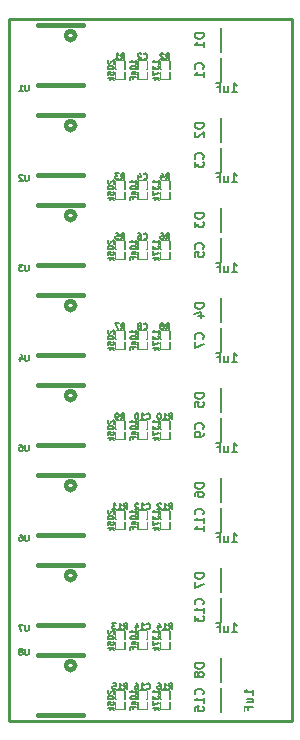
<source format=gbo>
G04 #@! TF.FileFunction,Legend,Bot*
%FSLAX46Y46*%
G04 Gerber Fmt 4.6, Leading zero omitted, Abs format (unit mm)*
G04 Created by KiCad (PCBNEW 0.201505120158+5650~23~ubuntu14.04.1-product) date Thu 14 May 2015 12:47:03 PM EDT*
%MOMM*%
G01*
G04 APERTURE LIST*
%ADD10C,0.100000*%
%ADD11C,0.228600*%
%ADD12C,0.381000*%
%ADD13C,0.127000*%
%ADD14C,0.190500*%
%ADD15C,2.438400*%
%ADD16R,1.701800X0.751840*%
%ADD17C,3.048000*%
%ADD18R,0.721360X0.721360*%
%ADD19R,1.187400X2.000200*%
G04 APERTURE END LIST*
D10*
D11*
X25400000Y-84836000D02*
X49364900Y-84836000D01*
X49364900Y-25400000D02*
X49364900Y-84836000D01*
X25400000Y-25400000D02*
X25400000Y-84836000D01*
X25400000Y-25400000D02*
X49364900Y-25400000D01*
D12*
X31032500Y-80137000D02*
G75*
G03X31032500Y-80137000I-381000J0D01*
G01*
X27857500Y-79248000D02*
X31667500Y-79248000D01*
X27857500Y-84328000D02*
X31667500Y-84328000D01*
X31032500Y-72517000D02*
G75*
G03X31032500Y-72517000I-381000J0D01*
G01*
X27857500Y-71628000D02*
X31667500Y-71628000D01*
X27857500Y-76708000D02*
X31667500Y-76708000D01*
X31032500Y-64897000D02*
G75*
G03X31032500Y-64897000I-381000J0D01*
G01*
X27857500Y-64008000D02*
X31667500Y-64008000D01*
X27857500Y-69088000D02*
X31667500Y-69088000D01*
X31032500Y-57277000D02*
G75*
G03X31032500Y-57277000I-381000J0D01*
G01*
X27857500Y-56388000D02*
X31667500Y-56388000D01*
X27857500Y-61468000D02*
X31667500Y-61468000D01*
X31032500Y-49657000D02*
G75*
G03X31032500Y-49657000I-381000J0D01*
G01*
X27857500Y-48768000D02*
X31667500Y-48768000D01*
X27857500Y-53848000D02*
X31667500Y-53848000D01*
X31032500Y-42037000D02*
G75*
G03X31032500Y-42037000I-381000J0D01*
G01*
X27857500Y-41148000D02*
X31667500Y-41148000D01*
X27857500Y-46228000D02*
X31667500Y-46228000D01*
X31032500Y-34417000D02*
G75*
G03X31032500Y-34417000I-381000J0D01*
G01*
X27857500Y-33528000D02*
X31667500Y-33528000D01*
X27857500Y-38608000D02*
X31667500Y-38608000D01*
X31032500Y-26797000D02*
G75*
G03X31032500Y-26797000I-381000J0D01*
G01*
X27857500Y-25908000D02*
X31667500Y-25908000D01*
X27857500Y-30988000D02*
X31667500Y-30988000D01*
D13*
X36366400Y-29591000D02*
X36366400Y-28956000D01*
X36366400Y-28956000D02*
X37128400Y-28956000D01*
X37128400Y-28956000D02*
X37128400Y-29591000D01*
X36366400Y-29845000D02*
X36366400Y-30480000D01*
X36366400Y-30480000D02*
X37128400Y-30480000D01*
X37128400Y-30480000D02*
X37128400Y-29845000D01*
X36366400Y-39751000D02*
X36366400Y-39116000D01*
X36366400Y-39116000D02*
X37128400Y-39116000D01*
X37128400Y-39116000D02*
X37128400Y-39751000D01*
X36366400Y-40005000D02*
X36366400Y-40640000D01*
X36366400Y-40640000D02*
X37128400Y-40640000D01*
X37128400Y-40640000D02*
X37128400Y-40005000D01*
X36366400Y-44831000D02*
X36366400Y-44196000D01*
X36366400Y-44196000D02*
X37128400Y-44196000D01*
X37128400Y-44196000D02*
X37128400Y-44831000D01*
X36366400Y-45085000D02*
X36366400Y-45720000D01*
X36366400Y-45720000D02*
X37128400Y-45720000D01*
X37128400Y-45720000D02*
X37128400Y-45085000D01*
X36366400Y-52451000D02*
X36366400Y-51816000D01*
X36366400Y-51816000D02*
X37128400Y-51816000D01*
X37128400Y-51816000D02*
X37128400Y-52451000D01*
X36366400Y-52705000D02*
X36366400Y-53340000D01*
X36366400Y-53340000D02*
X37128400Y-53340000D01*
X37128400Y-53340000D02*
X37128400Y-52705000D01*
X36366400Y-60071000D02*
X36366400Y-59436000D01*
X36366400Y-59436000D02*
X37128400Y-59436000D01*
X37128400Y-59436000D02*
X37128400Y-60071000D01*
X36366400Y-60325000D02*
X36366400Y-60960000D01*
X36366400Y-60960000D02*
X37128400Y-60960000D01*
X37128400Y-60960000D02*
X37128400Y-60325000D01*
X36366400Y-67691000D02*
X36366400Y-67056000D01*
X36366400Y-67056000D02*
X37128400Y-67056000D01*
X37128400Y-67056000D02*
X37128400Y-67691000D01*
X36366400Y-67945000D02*
X36366400Y-68580000D01*
X36366400Y-68580000D02*
X37128400Y-68580000D01*
X37128400Y-68580000D02*
X37128400Y-67945000D01*
X36366400Y-77851000D02*
X36366400Y-77216000D01*
X36366400Y-77216000D02*
X37128400Y-77216000D01*
X37128400Y-77216000D02*
X37128400Y-77851000D01*
X36366400Y-78105000D02*
X36366400Y-78740000D01*
X36366400Y-78740000D02*
X37128400Y-78740000D01*
X37128400Y-78740000D02*
X37128400Y-78105000D01*
X36366400Y-82931000D02*
X36366400Y-82296000D01*
X36366400Y-82296000D02*
X37128400Y-82296000D01*
X37128400Y-82296000D02*
X37128400Y-82931000D01*
X36366400Y-83185000D02*
X36366400Y-83820000D01*
X36366400Y-83820000D02*
X37128400Y-83820000D01*
X37128400Y-83820000D02*
X37128400Y-83185000D01*
X34461400Y-29591000D02*
X34461400Y-28956000D01*
X34461400Y-28956000D02*
X35223400Y-28956000D01*
X35223400Y-28956000D02*
X35223400Y-29591000D01*
X34461400Y-29845000D02*
X34461400Y-30480000D01*
X34461400Y-30480000D02*
X35223400Y-30480000D01*
X35223400Y-30480000D02*
X35223400Y-29845000D01*
X38271400Y-29591000D02*
X38271400Y-28956000D01*
X38271400Y-28956000D02*
X39033400Y-28956000D01*
X39033400Y-28956000D02*
X39033400Y-29591000D01*
X38271400Y-29845000D02*
X38271400Y-30480000D01*
X38271400Y-30480000D02*
X39033400Y-30480000D01*
X39033400Y-30480000D02*
X39033400Y-29845000D01*
X34461400Y-39751000D02*
X34461400Y-39116000D01*
X34461400Y-39116000D02*
X35223400Y-39116000D01*
X35223400Y-39116000D02*
X35223400Y-39751000D01*
X34461400Y-40005000D02*
X34461400Y-40640000D01*
X34461400Y-40640000D02*
X35223400Y-40640000D01*
X35223400Y-40640000D02*
X35223400Y-40005000D01*
X38271400Y-39751000D02*
X38271400Y-39116000D01*
X38271400Y-39116000D02*
X39033400Y-39116000D01*
X39033400Y-39116000D02*
X39033400Y-39751000D01*
X38271400Y-40005000D02*
X38271400Y-40640000D01*
X38271400Y-40640000D02*
X39033400Y-40640000D01*
X39033400Y-40640000D02*
X39033400Y-40005000D01*
X34461400Y-44831000D02*
X34461400Y-44196000D01*
X34461400Y-44196000D02*
X35223400Y-44196000D01*
X35223400Y-44196000D02*
X35223400Y-44831000D01*
X34461400Y-45085000D02*
X34461400Y-45720000D01*
X34461400Y-45720000D02*
X35223400Y-45720000D01*
X35223400Y-45720000D02*
X35223400Y-45085000D01*
X38271400Y-44831000D02*
X38271400Y-44196000D01*
X38271400Y-44196000D02*
X39033400Y-44196000D01*
X39033400Y-44196000D02*
X39033400Y-44831000D01*
X38271400Y-45085000D02*
X38271400Y-45720000D01*
X38271400Y-45720000D02*
X39033400Y-45720000D01*
X39033400Y-45720000D02*
X39033400Y-45085000D01*
X34461400Y-52451000D02*
X34461400Y-51816000D01*
X34461400Y-51816000D02*
X35223400Y-51816000D01*
X35223400Y-51816000D02*
X35223400Y-52451000D01*
X34461400Y-52705000D02*
X34461400Y-53340000D01*
X34461400Y-53340000D02*
X35223400Y-53340000D01*
X35223400Y-53340000D02*
X35223400Y-52705000D01*
X38271400Y-52451000D02*
X38271400Y-51816000D01*
X38271400Y-51816000D02*
X39033400Y-51816000D01*
X39033400Y-51816000D02*
X39033400Y-52451000D01*
X38271400Y-52705000D02*
X38271400Y-53340000D01*
X38271400Y-53340000D02*
X39033400Y-53340000D01*
X39033400Y-53340000D02*
X39033400Y-52705000D01*
X34461400Y-60071000D02*
X34461400Y-59436000D01*
X34461400Y-59436000D02*
X35223400Y-59436000D01*
X35223400Y-59436000D02*
X35223400Y-60071000D01*
X34461400Y-60325000D02*
X34461400Y-60960000D01*
X34461400Y-60960000D02*
X35223400Y-60960000D01*
X35223400Y-60960000D02*
X35223400Y-60325000D01*
X38271400Y-60071000D02*
X38271400Y-59436000D01*
X38271400Y-59436000D02*
X39033400Y-59436000D01*
X39033400Y-59436000D02*
X39033400Y-60071000D01*
X38271400Y-60325000D02*
X38271400Y-60960000D01*
X38271400Y-60960000D02*
X39033400Y-60960000D01*
X39033400Y-60960000D02*
X39033400Y-60325000D01*
X34461400Y-67691000D02*
X34461400Y-67056000D01*
X34461400Y-67056000D02*
X35223400Y-67056000D01*
X35223400Y-67056000D02*
X35223400Y-67691000D01*
X34461400Y-67945000D02*
X34461400Y-68580000D01*
X34461400Y-68580000D02*
X35223400Y-68580000D01*
X35223400Y-68580000D02*
X35223400Y-67945000D01*
X38271400Y-67691000D02*
X38271400Y-67056000D01*
X38271400Y-67056000D02*
X39033400Y-67056000D01*
X39033400Y-67056000D02*
X39033400Y-67691000D01*
X38271400Y-67945000D02*
X38271400Y-68580000D01*
X38271400Y-68580000D02*
X39033400Y-68580000D01*
X39033400Y-68580000D02*
X39033400Y-67945000D01*
X34461400Y-77851000D02*
X34461400Y-77216000D01*
X34461400Y-77216000D02*
X35223400Y-77216000D01*
X35223400Y-77216000D02*
X35223400Y-77851000D01*
X34461400Y-78105000D02*
X34461400Y-78740000D01*
X34461400Y-78740000D02*
X35223400Y-78740000D01*
X35223400Y-78740000D02*
X35223400Y-78105000D01*
X38271400Y-77851000D02*
X38271400Y-77216000D01*
X38271400Y-77216000D02*
X39033400Y-77216000D01*
X39033400Y-77216000D02*
X39033400Y-77851000D01*
X38271400Y-78105000D02*
X38271400Y-78740000D01*
X38271400Y-78740000D02*
X39033400Y-78740000D01*
X39033400Y-78740000D02*
X39033400Y-78105000D01*
X34461400Y-82931000D02*
X34461400Y-82296000D01*
X34461400Y-82296000D02*
X35223400Y-82296000D01*
X35223400Y-82296000D02*
X35223400Y-82931000D01*
X34461400Y-83185000D02*
X34461400Y-83820000D01*
X34461400Y-83820000D02*
X35223400Y-83820000D01*
X35223400Y-83820000D02*
X35223400Y-83185000D01*
X38271400Y-82931000D02*
X38271400Y-82296000D01*
X38271400Y-82296000D02*
X39033400Y-82296000D01*
X39033400Y-82296000D02*
X39033400Y-82931000D01*
X38271400Y-83185000D02*
X38271400Y-83820000D01*
X38271400Y-83820000D02*
X39033400Y-83820000D01*
X39033400Y-83820000D02*
X39033400Y-83185000D01*
X43351400Y-81534000D02*
X43351400Y-79502000D01*
X43097400Y-81407000D02*
X42208400Y-81407000D01*
X42208400Y-81407000D02*
X42208400Y-79629000D01*
X42208400Y-79629000D02*
X43097400Y-79629000D01*
X44367400Y-81407000D02*
X45256400Y-81407000D01*
X45256400Y-81407000D02*
X45256400Y-79629000D01*
X45256400Y-79629000D02*
X44367400Y-79629000D01*
X43351400Y-73914000D02*
X43351400Y-71882000D01*
X43097400Y-73787000D02*
X42208400Y-73787000D01*
X42208400Y-73787000D02*
X42208400Y-72009000D01*
X42208400Y-72009000D02*
X43097400Y-72009000D01*
X44367400Y-73787000D02*
X45256400Y-73787000D01*
X45256400Y-73787000D02*
X45256400Y-72009000D01*
X45256400Y-72009000D02*
X44367400Y-72009000D01*
X43351400Y-66294000D02*
X43351400Y-64262000D01*
X43097400Y-66167000D02*
X42208400Y-66167000D01*
X42208400Y-66167000D02*
X42208400Y-64389000D01*
X42208400Y-64389000D02*
X43097400Y-64389000D01*
X44367400Y-66167000D02*
X45256400Y-66167000D01*
X45256400Y-66167000D02*
X45256400Y-64389000D01*
X45256400Y-64389000D02*
X44367400Y-64389000D01*
X43351400Y-58674000D02*
X43351400Y-56642000D01*
X43097400Y-58547000D02*
X42208400Y-58547000D01*
X42208400Y-58547000D02*
X42208400Y-56769000D01*
X42208400Y-56769000D02*
X43097400Y-56769000D01*
X44367400Y-58547000D02*
X45256400Y-58547000D01*
X45256400Y-58547000D02*
X45256400Y-56769000D01*
X45256400Y-56769000D02*
X44367400Y-56769000D01*
X43351400Y-51054000D02*
X43351400Y-49022000D01*
X43097400Y-50927000D02*
X42208400Y-50927000D01*
X42208400Y-50927000D02*
X42208400Y-49149000D01*
X42208400Y-49149000D02*
X43097400Y-49149000D01*
X44367400Y-50927000D02*
X45256400Y-50927000D01*
X45256400Y-50927000D02*
X45256400Y-49149000D01*
X45256400Y-49149000D02*
X44367400Y-49149000D01*
X43351400Y-43434000D02*
X43351400Y-41402000D01*
X43097400Y-43307000D02*
X42208400Y-43307000D01*
X42208400Y-43307000D02*
X42208400Y-41529000D01*
X42208400Y-41529000D02*
X43097400Y-41529000D01*
X44367400Y-43307000D02*
X45256400Y-43307000D01*
X45256400Y-43307000D02*
X45256400Y-41529000D01*
X45256400Y-41529000D02*
X44367400Y-41529000D01*
X43351400Y-35814000D02*
X43351400Y-33782000D01*
X43097400Y-35687000D02*
X42208400Y-35687000D01*
X42208400Y-35687000D02*
X42208400Y-33909000D01*
X42208400Y-33909000D02*
X43097400Y-33909000D01*
X44367400Y-35687000D02*
X45256400Y-35687000D01*
X45256400Y-35687000D02*
X45256400Y-33909000D01*
X45256400Y-33909000D02*
X44367400Y-33909000D01*
X43351400Y-28194000D02*
X43351400Y-26162000D01*
X43097400Y-28067000D02*
X42208400Y-28067000D01*
X42208400Y-28067000D02*
X42208400Y-26289000D01*
X42208400Y-26289000D02*
X43097400Y-26289000D01*
X44367400Y-28067000D02*
X45256400Y-28067000D01*
X45256400Y-28067000D02*
X45256400Y-26289000D01*
X45256400Y-26289000D02*
X44367400Y-26289000D01*
X43351400Y-84074000D02*
X43351400Y-82042000D01*
X43097400Y-83947000D02*
X42208400Y-83947000D01*
X42208400Y-83947000D02*
X42208400Y-82169000D01*
X42208400Y-82169000D02*
X43097400Y-82169000D01*
X44367400Y-83947000D02*
X45256400Y-83947000D01*
X45256400Y-83947000D02*
X45256400Y-82169000D01*
X45256400Y-82169000D02*
X44367400Y-82169000D01*
X43351400Y-76454000D02*
X43351400Y-74422000D01*
X43097400Y-76327000D02*
X42208400Y-76327000D01*
X42208400Y-76327000D02*
X42208400Y-74549000D01*
X42208400Y-74549000D02*
X43097400Y-74549000D01*
X44367400Y-76327000D02*
X45256400Y-76327000D01*
X45256400Y-76327000D02*
X45256400Y-74549000D01*
X45256400Y-74549000D02*
X44367400Y-74549000D01*
X43351400Y-68834000D02*
X43351400Y-66802000D01*
X43097400Y-68707000D02*
X42208400Y-68707000D01*
X42208400Y-68707000D02*
X42208400Y-66929000D01*
X42208400Y-66929000D02*
X43097400Y-66929000D01*
X44367400Y-68707000D02*
X45256400Y-68707000D01*
X45256400Y-68707000D02*
X45256400Y-66929000D01*
X45256400Y-66929000D02*
X44367400Y-66929000D01*
X43351400Y-61214000D02*
X43351400Y-59182000D01*
X43097400Y-61087000D02*
X42208400Y-61087000D01*
X42208400Y-61087000D02*
X42208400Y-59309000D01*
X42208400Y-59309000D02*
X43097400Y-59309000D01*
X44367400Y-61087000D02*
X45256400Y-61087000D01*
X45256400Y-61087000D02*
X45256400Y-59309000D01*
X45256400Y-59309000D02*
X44367400Y-59309000D01*
X43351400Y-53594000D02*
X43351400Y-51562000D01*
X43097400Y-53467000D02*
X42208400Y-53467000D01*
X42208400Y-53467000D02*
X42208400Y-51689000D01*
X42208400Y-51689000D02*
X43097400Y-51689000D01*
X44367400Y-53467000D02*
X45256400Y-53467000D01*
X45256400Y-53467000D02*
X45256400Y-51689000D01*
X45256400Y-51689000D02*
X44367400Y-51689000D01*
X43351400Y-45974000D02*
X43351400Y-43942000D01*
X43097400Y-45847000D02*
X42208400Y-45847000D01*
X42208400Y-45847000D02*
X42208400Y-44069000D01*
X42208400Y-44069000D02*
X43097400Y-44069000D01*
X44367400Y-45847000D02*
X45256400Y-45847000D01*
X45256400Y-45847000D02*
X45256400Y-44069000D01*
X45256400Y-44069000D02*
X44367400Y-44069000D01*
X43351400Y-38354000D02*
X43351400Y-36322000D01*
X43097400Y-38227000D02*
X42208400Y-38227000D01*
X42208400Y-38227000D02*
X42208400Y-36449000D01*
X42208400Y-36449000D02*
X43097400Y-36449000D01*
X44367400Y-38227000D02*
X45256400Y-38227000D01*
X45256400Y-38227000D02*
X45256400Y-36449000D01*
X45256400Y-36449000D02*
X44367400Y-36449000D01*
X43351400Y-30734000D02*
X43351400Y-28702000D01*
X43097400Y-30607000D02*
X42208400Y-30607000D01*
X42208400Y-30607000D02*
X42208400Y-28829000D01*
X42208400Y-28829000D02*
X43097400Y-28829000D01*
X44367400Y-30607000D02*
X45256400Y-30607000D01*
X45256400Y-30607000D02*
X45256400Y-28829000D01*
X45256400Y-28829000D02*
X44367400Y-28829000D01*
X27101548Y-78715810D02*
X27101548Y-79127048D01*
X27077357Y-79175429D01*
X27053167Y-79199619D01*
X27004786Y-79223810D01*
X26908024Y-79223810D01*
X26859643Y-79199619D01*
X26835452Y-79175429D01*
X26811262Y-79127048D01*
X26811262Y-78715810D01*
X26496786Y-78933524D02*
X26545167Y-78909333D01*
X26569358Y-78885143D01*
X26593548Y-78836762D01*
X26593548Y-78812571D01*
X26569358Y-78764190D01*
X26545167Y-78740000D01*
X26496786Y-78715810D01*
X26400024Y-78715810D01*
X26351643Y-78740000D01*
X26327453Y-78764190D01*
X26303262Y-78812571D01*
X26303262Y-78836762D01*
X26327453Y-78885143D01*
X26351643Y-78909333D01*
X26400024Y-78933524D01*
X26496786Y-78933524D01*
X26545167Y-78957714D01*
X26569358Y-78981905D01*
X26593548Y-79030286D01*
X26593548Y-79127048D01*
X26569358Y-79175429D01*
X26545167Y-79199619D01*
X26496786Y-79223810D01*
X26400024Y-79223810D01*
X26351643Y-79199619D01*
X26327453Y-79175429D01*
X26303262Y-79127048D01*
X26303262Y-79030286D01*
X26327453Y-78981905D01*
X26351643Y-78957714D01*
X26400024Y-78933524D01*
X27101548Y-76683810D02*
X27101548Y-77095048D01*
X27077357Y-77143429D01*
X27053167Y-77167619D01*
X27004786Y-77191810D01*
X26908024Y-77191810D01*
X26859643Y-77167619D01*
X26835452Y-77143429D01*
X26811262Y-77095048D01*
X26811262Y-76683810D01*
X26617739Y-76683810D02*
X26279072Y-76683810D01*
X26496786Y-77191810D01*
X27101548Y-69063810D02*
X27101548Y-69475048D01*
X27077357Y-69523429D01*
X27053167Y-69547619D01*
X27004786Y-69571810D01*
X26908024Y-69571810D01*
X26859643Y-69547619D01*
X26835452Y-69523429D01*
X26811262Y-69475048D01*
X26811262Y-69063810D01*
X26351643Y-69063810D02*
X26448405Y-69063810D01*
X26496786Y-69088000D01*
X26520977Y-69112190D01*
X26569358Y-69184762D01*
X26593548Y-69281524D01*
X26593548Y-69475048D01*
X26569358Y-69523429D01*
X26545167Y-69547619D01*
X26496786Y-69571810D01*
X26400024Y-69571810D01*
X26351643Y-69547619D01*
X26327453Y-69523429D01*
X26303262Y-69475048D01*
X26303262Y-69354095D01*
X26327453Y-69305714D01*
X26351643Y-69281524D01*
X26400024Y-69257333D01*
X26496786Y-69257333D01*
X26545167Y-69281524D01*
X26569358Y-69305714D01*
X26593548Y-69354095D01*
X27101548Y-61443810D02*
X27101548Y-61855048D01*
X27077357Y-61903429D01*
X27053167Y-61927619D01*
X27004786Y-61951810D01*
X26908024Y-61951810D01*
X26859643Y-61927619D01*
X26835452Y-61903429D01*
X26811262Y-61855048D01*
X26811262Y-61443810D01*
X26327453Y-61443810D02*
X26569358Y-61443810D01*
X26593548Y-61685714D01*
X26569358Y-61661524D01*
X26520977Y-61637333D01*
X26400024Y-61637333D01*
X26351643Y-61661524D01*
X26327453Y-61685714D01*
X26303262Y-61734095D01*
X26303262Y-61855048D01*
X26327453Y-61903429D01*
X26351643Y-61927619D01*
X26400024Y-61951810D01*
X26520977Y-61951810D01*
X26569358Y-61927619D01*
X26593548Y-61903429D01*
X27101548Y-53823810D02*
X27101548Y-54235048D01*
X27077357Y-54283429D01*
X27053167Y-54307619D01*
X27004786Y-54331810D01*
X26908024Y-54331810D01*
X26859643Y-54307619D01*
X26835452Y-54283429D01*
X26811262Y-54235048D01*
X26811262Y-53823810D01*
X26351643Y-53993143D02*
X26351643Y-54331810D01*
X26472596Y-53799619D02*
X26593548Y-54162476D01*
X26279072Y-54162476D01*
X27101548Y-46203810D02*
X27101548Y-46615048D01*
X27077357Y-46663429D01*
X27053167Y-46687619D01*
X27004786Y-46711810D01*
X26908024Y-46711810D01*
X26859643Y-46687619D01*
X26835452Y-46663429D01*
X26811262Y-46615048D01*
X26811262Y-46203810D01*
X26617739Y-46203810D02*
X26303262Y-46203810D01*
X26472596Y-46397333D01*
X26400024Y-46397333D01*
X26351643Y-46421524D01*
X26327453Y-46445714D01*
X26303262Y-46494095D01*
X26303262Y-46615048D01*
X26327453Y-46663429D01*
X26351643Y-46687619D01*
X26400024Y-46711810D01*
X26545167Y-46711810D01*
X26593548Y-46687619D01*
X26617739Y-46663429D01*
X27101548Y-38583810D02*
X27101548Y-38995048D01*
X27077357Y-39043429D01*
X27053167Y-39067619D01*
X27004786Y-39091810D01*
X26908024Y-39091810D01*
X26859643Y-39067619D01*
X26835452Y-39043429D01*
X26811262Y-38995048D01*
X26811262Y-38583810D01*
X26593548Y-38632190D02*
X26569358Y-38608000D01*
X26520977Y-38583810D01*
X26400024Y-38583810D01*
X26351643Y-38608000D01*
X26327453Y-38632190D01*
X26303262Y-38680571D01*
X26303262Y-38728952D01*
X26327453Y-38801524D01*
X26617739Y-39091810D01*
X26303262Y-39091810D01*
X27101548Y-30963810D02*
X27101548Y-31375048D01*
X27077357Y-31423429D01*
X27053167Y-31447619D01*
X27004786Y-31471810D01*
X26908024Y-31471810D01*
X26859643Y-31447619D01*
X26835452Y-31423429D01*
X26811262Y-31375048D01*
X26811262Y-30963810D01*
X26303262Y-31471810D02*
X26593548Y-31471810D01*
X26448405Y-31471810D02*
X26448405Y-30963810D01*
X26496786Y-31036381D01*
X26545167Y-31084762D01*
X26593548Y-31108952D01*
X36832067Y-28756429D02*
X36856257Y-28780619D01*
X36928829Y-28804810D01*
X36977210Y-28804810D01*
X37049781Y-28780619D01*
X37098162Y-28732238D01*
X37122353Y-28683857D01*
X37146543Y-28587095D01*
X37146543Y-28514524D01*
X37122353Y-28417762D01*
X37098162Y-28369381D01*
X37049781Y-28321000D01*
X36977210Y-28296810D01*
X36928829Y-28296810D01*
X36856257Y-28321000D01*
X36832067Y-28345190D01*
X36638543Y-28345190D02*
X36614353Y-28321000D01*
X36565972Y-28296810D01*
X36445019Y-28296810D01*
X36396638Y-28321000D01*
X36372448Y-28345190D01*
X36348257Y-28393571D01*
X36348257Y-28441952D01*
X36372448Y-28514524D01*
X36662734Y-28804810D01*
X36348257Y-28804810D01*
X36215210Y-29173714D02*
X36215210Y-28883428D01*
X36215210Y-29028571D02*
X35707210Y-29028571D01*
X35779781Y-28980190D01*
X35828162Y-28931809D01*
X35852352Y-28883428D01*
X35707210Y-29488190D02*
X35707210Y-29536571D01*
X35731400Y-29584952D01*
X35755590Y-29609143D01*
X35803971Y-29633333D01*
X35900733Y-29657524D01*
X36021686Y-29657524D01*
X36118448Y-29633333D01*
X36166829Y-29609143D01*
X36191019Y-29584952D01*
X36215210Y-29536571D01*
X36215210Y-29488190D01*
X36191019Y-29439809D01*
X36166829Y-29415619D01*
X36118448Y-29391428D01*
X36021686Y-29367238D01*
X35900733Y-29367238D01*
X35803971Y-29391428D01*
X35755590Y-29415619D01*
X35731400Y-29439809D01*
X35707210Y-29488190D01*
X35876543Y-29875238D02*
X36215210Y-29875238D01*
X35924924Y-29875238D02*
X35900733Y-29899429D01*
X35876543Y-29947810D01*
X35876543Y-30020381D01*
X35900733Y-30068762D01*
X35949114Y-30092953D01*
X36215210Y-30092953D01*
X35949114Y-30504191D02*
X35949114Y-30334857D01*
X36215210Y-30334857D02*
X35707210Y-30334857D01*
X35707210Y-30576762D01*
X36832067Y-38916429D02*
X36856257Y-38940619D01*
X36928829Y-38964810D01*
X36977210Y-38964810D01*
X37049781Y-38940619D01*
X37098162Y-38892238D01*
X37122353Y-38843857D01*
X37146543Y-38747095D01*
X37146543Y-38674524D01*
X37122353Y-38577762D01*
X37098162Y-38529381D01*
X37049781Y-38481000D01*
X36977210Y-38456810D01*
X36928829Y-38456810D01*
X36856257Y-38481000D01*
X36832067Y-38505190D01*
X36396638Y-38626143D02*
X36396638Y-38964810D01*
X36517591Y-38432619D02*
X36638543Y-38795476D01*
X36324067Y-38795476D01*
X36215210Y-39333714D02*
X36215210Y-39043428D01*
X36215210Y-39188571D02*
X35707210Y-39188571D01*
X35779781Y-39140190D01*
X35828162Y-39091809D01*
X35852352Y-39043428D01*
X35707210Y-39648190D02*
X35707210Y-39696571D01*
X35731400Y-39744952D01*
X35755590Y-39769143D01*
X35803971Y-39793333D01*
X35900733Y-39817524D01*
X36021686Y-39817524D01*
X36118448Y-39793333D01*
X36166829Y-39769143D01*
X36191019Y-39744952D01*
X36215210Y-39696571D01*
X36215210Y-39648190D01*
X36191019Y-39599809D01*
X36166829Y-39575619D01*
X36118448Y-39551428D01*
X36021686Y-39527238D01*
X35900733Y-39527238D01*
X35803971Y-39551428D01*
X35755590Y-39575619D01*
X35731400Y-39599809D01*
X35707210Y-39648190D01*
X35876543Y-40035238D02*
X36215210Y-40035238D01*
X35924924Y-40035238D02*
X35900733Y-40059429D01*
X35876543Y-40107810D01*
X35876543Y-40180381D01*
X35900733Y-40228762D01*
X35949114Y-40252953D01*
X36215210Y-40252953D01*
X35949114Y-40664191D02*
X35949114Y-40494857D01*
X36215210Y-40494857D02*
X35707210Y-40494857D01*
X35707210Y-40736762D01*
X36832067Y-43996429D02*
X36856257Y-44020619D01*
X36928829Y-44044810D01*
X36977210Y-44044810D01*
X37049781Y-44020619D01*
X37098162Y-43972238D01*
X37122353Y-43923857D01*
X37146543Y-43827095D01*
X37146543Y-43754524D01*
X37122353Y-43657762D01*
X37098162Y-43609381D01*
X37049781Y-43561000D01*
X36977210Y-43536810D01*
X36928829Y-43536810D01*
X36856257Y-43561000D01*
X36832067Y-43585190D01*
X36396638Y-43536810D02*
X36493400Y-43536810D01*
X36541781Y-43561000D01*
X36565972Y-43585190D01*
X36614353Y-43657762D01*
X36638543Y-43754524D01*
X36638543Y-43948048D01*
X36614353Y-43996429D01*
X36590162Y-44020619D01*
X36541781Y-44044810D01*
X36445019Y-44044810D01*
X36396638Y-44020619D01*
X36372448Y-43996429D01*
X36348257Y-43948048D01*
X36348257Y-43827095D01*
X36372448Y-43778714D01*
X36396638Y-43754524D01*
X36445019Y-43730333D01*
X36541781Y-43730333D01*
X36590162Y-43754524D01*
X36614353Y-43778714D01*
X36638543Y-43827095D01*
X36215210Y-44413714D02*
X36215210Y-44123428D01*
X36215210Y-44268571D02*
X35707210Y-44268571D01*
X35779781Y-44220190D01*
X35828162Y-44171809D01*
X35852352Y-44123428D01*
X35707210Y-44728190D02*
X35707210Y-44776571D01*
X35731400Y-44824952D01*
X35755590Y-44849143D01*
X35803971Y-44873333D01*
X35900733Y-44897524D01*
X36021686Y-44897524D01*
X36118448Y-44873333D01*
X36166829Y-44849143D01*
X36191019Y-44824952D01*
X36215210Y-44776571D01*
X36215210Y-44728190D01*
X36191019Y-44679809D01*
X36166829Y-44655619D01*
X36118448Y-44631428D01*
X36021686Y-44607238D01*
X35900733Y-44607238D01*
X35803971Y-44631428D01*
X35755590Y-44655619D01*
X35731400Y-44679809D01*
X35707210Y-44728190D01*
X35876543Y-45115238D02*
X36215210Y-45115238D01*
X35924924Y-45115238D02*
X35900733Y-45139429D01*
X35876543Y-45187810D01*
X35876543Y-45260381D01*
X35900733Y-45308762D01*
X35949114Y-45332953D01*
X36215210Y-45332953D01*
X35949114Y-45744191D02*
X35949114Y-45574857D01*
X36215210Y-45574857D02*
X35707210Y-45574857D01*
X35707210Y-45816762D01*
X36832067Y-51616429D02*
X36856257Y-51640619D01*
X36928829Y-51664810D01*
X36977210Y-51664810D01*
X37049781Y-51640619D01*
X37098162Y-51592238D01*
X37122353Y-51543857D01*
X37146543Y-51447095D01*
X37146543Y-51374524D01*
X37122353Y-51277762D01*
X37098162Y-51229381D01*
X37049781Y-51181000D01*
X36977210Y-51156810D01*
X36928829Y-51156810D01*
X36856257Y-51181000D01*
X36832067Y-51205190D01*
X36541781Y-51374524D02*
X36590162Y-51350333D01*
X36614353Y-51326143D01*
X36638543Y-51277762D01*
X36638543Y-51253571D01*
X36614353Y-51205190D01*
X36590162Y-51181000D01*
X36541781Y-51156810D01*
X36445019Y-51156810D01*
X36396638Y-51181000D01*
X36372448Y-51205190D01*
X36348257Y-51253571D01*
X36348257Y-51277762D01*
X36372448Y-51326143D01*
X36396638Y-51350333D01*
X36445019Y-51374524D01*
X36541781Y-51374524D01*
X36590162Y-51398714D01*
X36614353Y-51422905D01*
X36638543Y-51471286D01*
X36638543Y-51568048D01*
X36614353Y-51616429D01*
X36590162Y-51640619D01*
X36541781Y-51664810D01*
X36445019Y-51664810D01*
X36396638Y-51640619D01*
X36372448Y-51616429D01*
X36348257Y-51568048D01*
X36348257Y-51471286D01*
X36372448Y-51422905D01*
X36396638Y-51398714D01*
X36445019Y-51374524D01*
X36215210Y-52033714D02*
X36215210Y-51743428D01*
X36215210Y-51888571D02*
X35707210Y-51888571D01*
X35779781Y-51840190D01*
X35828162Y-51791809D01*
X35852352Y-51743428D01*
X35707210Y-52348190D02*
X35707210Y-52396571D01*
X35731400Y-52444952D01*
X35755590Y-52469143D01*
X35803971Y-52493333D01*
X35900733Y-52517524D01*
X36021686Y-52517524D01*
X36118448Y-52493333D01*
X36166829Y-52469143D01*
X36191019Y-52444952D01*
X36215210Y-52396571D01*
X36215210Y-52348190D01*
X36191019Y-52299809D01*
X36166829Y-52275619D01*
X36118448Y-52251428D01*
X36021686Y-52227238D01*
X35900733Y-52227238D01*
X35803971Y-52251428D01*
X35755590Y-52275619D01*
X35731400Y-52299809D01*
X35707210Y-52348190D01*
X35876543Y-52735238D02*
X36215210Y-52735238D01*
X35924924Y-52735238D02*
X35900733Y-52759429D01*
X35876543Y-52807810D01*
X35876543Y-52880381D01*
X35900733Y-52928762D01*
X35949114Y-52952953D01*
X36215210Y-52952953D01*
X35949114Y-53364191D02*
X35949114Y-53194857D01*
X36215210Y-53194857D02*
X35707210Y-53194857D01*
X35707210Y-53436762D01*
X37073972Y-59236429D02*
X37098162Y-59260619D01*
X37170734Y-59284810D01*
X37219115Y-59284810D01*
X37291686Y-59260619D01*
X37340067Y-59212238D01*
X37364258Y-59163857D01*
X37388448Y-59067095D01*
X37388448Y-58994524D01*
X37364258Y-58897762D01*
X37340067Y-58849381D01*
X37291686Y-58801000D01*
X37219115Y-58776810D01*
X37170734Y-58776810D01*
X37098162Y-58801000D01*
X37073972Y-58825190D01*
X36590162Y-59284810D02*
X36880448Y-59284810D01*
X36735305Y-59284810D02*
X36735305Y-58776810D01*
X36783686Y-58849381D01*
X36832067Y-58897762D01*
X36880448Y-58921952D01*
X36275686Y-58776810D02*
X36227305Y-58776810D01*
X36178924Y-58801000D01*
X36154733Y-58825190D01*
X36130543Y-58873571D01*
X36106352Y-58970333D01*
X36106352Y-59091286D01*
X36130543Y-59188048D01*
X36154733Y-59236429D01*
X36178924Y-59260619D01*
X36227305Y-59284810D01*
X36275686Y-59284810D01*
X36324067Y-59260619D01*
X36348257Y-59236429D01*
X36372448Y-59188048D01*
X36396638Y-59091286D01*
X36396638Y-58970333D01*
X36372448Y-58873571D01*
X36348257Y-58825190D01*
X36324067Y-58801000D01*
X36275686Y-58776810D01*
X36215210Y-59653714D02*
X36215210Y-59363428D01*
X36215210Y-59508571D02*
X35707210Y-59508571D01*
X35779781Y-59460190D01*
X35828162Y-59411809D01*
X35852352Y-59363428D01*
X35707210Y-59968190D02*
X35707210Y-60016571D01*
X35731400Y-60064952D01*
X35755590Y-60089143D01*
X35803971Y-60113333D01*
X35900733Y-60137524D01*
X36021686Y-60137524D01*
X36118448Y-60113333D01*
X36166829Y-60089143D01*
X36191019Y-60064952D01*
X36215210Y-60016571D01*
X36215210Y-59968190D01*
X36191019Y-59919809D01*
X36166829Y-59895619D01*
X36118448Y-59871428D01*
X36021686Y-59847238D01*
X35900733Y-59847238D01*
X35803971Y-59871428D01*
X35755590Y-59895619D01*
X35731400Y-59919809D01*
X35707210Y-59968190D01*
X35876543Y-60355238D02*
X36215210Y-60355238D01*
X35924924Y-60355238D02*
X35900733Y-60379429D01*
X35876543Y-60427810D01*
X35876543Y-60500381D01*
X35900733Y-60548762D01*
X35949114Y-60572953D01*
X36215210Y-60572953D01*
X35949114Y-60984191D02*
X35949114Y-60814857D01*
X36215210Y-60814857D02*
X35707210Y-60814857D01*
X35707210Y-61056762D01*
X37073972Y-66856429D02*
X37098162Y-66880619D01*
X37170734Y-66904810D01*
X37219115Y-66904810D01*
X37291686Y-66880619D01*
X37340067Y-66832238D01*
X37364258Y-66783857D01*
X37388448Y-66687095D01*
X37388448Y-66614524D01*
X37364258Y-66517762D01*
X37340067Y-66469381D01*
X37291686Y-66421000D01*
X37219115Y-66396810D01*
X37170734Y-66396810D01*
X37098162Y-66421000D01*
X37073972Y-66445190D01*
X36590162Y-66904810D02*
X36880448Y-66904810D01*
X36735305Y-66904810D02*
X36735305Y-66396810D01*
X36783686Y-66469381D01*
X36832067Y-66517762D01*
X36880448Y-66541952D01*
X36396638Y-66445190D02*
X36372448Y-66421000D01*
X36324067Y-66396810D01*
X36203114Y-66396810D01*
X36154733Y-66421000D01*
X36130543Y-66445190D01*
X36106352Y-66493571D01*
X36106352Y-66541952D01*
X36130543Y-66614524D01*
X36420829Y-66904810D01*
X36106352Y-66904810D01*
X36215210Y-67273714D02*
X36215210Y-66983428D01*
X36215210Y-67128571D02*
X35707210Y-67128571D01*
X35779781Y-67080190D01*
X35828162Y-67031809D01*
X35852352Y-66983428D01*
X35707210Y-67588190D02*
X35707210Y-67636571D01*
X35731400Y-67684952D01*
X35755590Y-67709143D01*
X35803971Y-67733333D01*
X35900733Y-67757524D01*
X36021686Y-67757524D01*
X36118448Y-67733333D01*
X36166829Y-67709143D01*
X36191019Y-67684952D01*
X36215210Y-67636571D01*
X36215210Y-67588190D01*
X36191019Y-67539809D01*
X36166829Y-67515619D01*
X36118448Y-67491428D01*
X36021686Y-67467238D01*
X35900733Y-67467238D01*
X35803971Y-67491428D01*
X35755590Y-67515619D01*
X35731400Y-67539809D01*
X35707210Y-67588190D01*
X35876543Y-67975238D02*
X36215210Y-67975238D01*
X35924924Y-67975238D02*
X35900733Y-67999429D01*
X35876543Y-68047810D01*
X35876543Y-68120381D01*
X35900733Y-68168762D01*
X35949114Y-68192953D01*
X36215210Y-68192953D01*
X35949114Y-68604191D02*
X35949114Y-68434857D01*
X36215210Y-68434857D02*
X35707210Y-68434857D01*
X35707210Y-68676762D01*
X37073972Y-77016429D02*
X37098162Y-77040619D01*
X37170734Y-77064810D01*
X37219115Y-77064810D01*
X37291686Y-77040619D01*
X37340067Y-76992238D01*
X37364258Y-76943857D01*
X37388448Y-76847095D01*
X37388448Y-76774524D01*
X37364258Y-76677762D01*
X37340067Y-76629381D01*
X37291686Y-76581000D01*
X37219115Y-76556810D01*
X37170734Y-76556810D01*
X37098162Y-76581000D01*
X37073972Y-76605190D01*
X36590162Y-77064810D02*
X36880448Y-77064810D01*
X36735305Y-77064810D02*
X36735305Y-76556810D01*
X36783686Y-76629381D01*
X36832067Y-76677762D01*
X36880448Y-76701952D01*
X36154733Y-76726143D02*
X36154733Y-77064810D01*
X36275686Y-76532619D02*
X36396638Y-76895476D01*
X36082162Y-76895476D01*
X36215210Y-77433714D02*
X36215210Y-77143428D01*
X36215210Y-77288571D02*
X35707210Y-77288571D01*
X35779781Y-77240190D01*
X35828162Y-77191809D01*
X35852352Y-77143428D01*
X35707210Y-77748190D02*
X35707210Y-77796571D01*
X35731400Y-77844952D01*
X35755590Y-77869143D01*
X35803971Y-77893333D01*
X35900733Y-77917524D01*
X36021686Y-77917524D01*
X36118448Y-77893333D01*
X36166829Y-77869143D01*
X36191019Y-77844952D01*
X36215210Y-77796571D01*
X36215210Y-77748190D01*
X36191019Y-77699809D01*
X36166829Y-77675619D01*
X36118448Y-77651428D01*
X36021686Y-77627238D01*
X35900733Y-77627238D01*
X35803971Y-77651428D01*
X35755590Y-77675619D01*
X35731400Y-77699809D01*
X35707210Y-77748190D01*
X35876543Y-78135238D02*
X36215210Y-78135238D01*
X35924924Y-78135238D02*
X35900733Y-78159429D01*
X35876543Y-78207810D01*
X35876543Y-78280381D01*
X35900733Y-78328762D01*
X35949114Y-78352953D01*
X36215210Y-78352953D01*
X35949114Y-78764191D02*
X35949114Y-78594857D01*
X36215210Y-78594857D02*
X35707210Y-78594857D01*
X35707210Y-78836762D01*
X37073972Y-82096429D02*
X37098162Y-82120619D01*
X37170734Y-82144810D01*
X37219115Y-82144810D01*
X37291686Y-82120619D01*
X37340067Y-82072238D01*
X37364258Y-82023857D01*
X37388448Y-81927095D01*
X37388448Y-81854524D01*
X37364258Y-81757762D01*
X37340067Y-81709381D01*
X37291686Y-81661000D01*
X37219115Y-81636810D01*
X37170734Y-81636810D01*
X37098162Y-81661000D01*
X37073972Y-81685190D01*
X36590162Y-82144810D02*
X36880448Y-82144810D01*
X36735305Y-82144810D02*
X36735305Y-81636810D01*
X36783686Y-81709381D01*
X36832067Y-81757762D01*
X36880448Y-81781952D01*
X36154733Y-81636810D02*
X36251495Y-81636810D01*
X36299876Y-81661000D01*
X36324067Y-81685190D01*
X36372448Y-81757762D01*
X36396638Y-81854524D01*
X36396638Y-82048048D01*
X36372448Y-82096429D01*
X36348257Y-82120619D01*
X36299876Y-82144810D01*
X36203114Y-82144810D01*
X36154733Y-82120619D01*
X36130543Y-82096429D01*
X36106352Y-82048048D01*
X36106352Y-81927095D01*
X36130543Y-81878714D01*
X36154733Y-81854524D01*
X36203114Y-81830333D01*
X36299876Y-81830333D01*
X36348257Y-81854524D01*
X36372448Y-81878714D01*
X36396638Y-81927095D01*
X36215210Y-82513714D02*
X36215210Y-82223428D01*
X36215210Y-82368571D02*
X35707210Y-82368571D01*
X35779781Y-82320190D01*
X35828162Y-82271809D01*
X35852352Y-82223428D01*
X35707210Y-82828190D02*
X35707210Y-82876571D01*
X35731400Y-82924952D01*
X35755590Y-82949143D01*
X35803971Y-82973333D01*
X35900733Y-82997524D01*
X36021686Y-82997524D01*
X36118448Y-82973333D01*
X36166829Y-82949143D01*
X36191019Y-82924952D01*
X36215210Y-82876571D01*
X36215210Y-82828190D01*
X36191019Y-82779809D01*
X36166829Y-82755619D01*
X36118448Y-82731428D01*
X36021686Y-82707238D01*
X35900733Y-82707238D01*
X35803971Y-82731428D01*
X35755590Y-82755619D01*
X35731400Y-82779809D01*
X35707210Y-82828190D01*
X35876543Y-83215238D02*
X36215210Y-83215238D01*
X35924924Y-83215238D02*
X35900733Y-83239429D01*
X35876543Y-83287810D01*
X35876543Y-83360381D01*
X35900733Y-83408762D01*
X35949114Y-83432953D01*
X36215210Y-83432953D01*
X35949114Y-83844191D02*
X35949114Y-83674857D01*
X36215210Y-83674857D02*
X35707210Y-83674857D01*
X35707210Y-83916762D01*
X34927067Y-28804810D02*
X35096400Y-28562905D01*
X35217353Y-28804810D02*
X35217353Y-28296810D01*
X35023829Y-28296810D01*
X34975448Y-28321000D01*
X34951257Y-28345190D01*
X34927067Y-28393571D01*
X34927067Y-28466143D01*
X34951257Y-28514524D01*
X34975448Y-28538714D01*
X35023829Y-28562905D01*
X35217353Y-28562905D01*
X34443257Y-28804810D02*
X34733543Y-28804810D01*
X34588400Y-28804810D02*
X34588400Y-28296810D01*
X34636781Y-28369381D01*
X34685162Y-28417762D01*
X34733543Y-28441952D01*
X33850590Y-28883428D02*
X33826400Y-28907618D01*
X33802210Y-28955999D01*
X33802210Y-29076952D01*
X33826400Y-29125333D01*
X33850590Y-29149523D01*
X33898971Y-29173714D01*
X33947352Y-29173714D01*
X34019924Y-29149523D01*
X34310210Y-28859237D01*
X34310210Y-29173714D01*
X33802210Y-29488190D02*
X33802210Y-29536571D01*
X33826400Y-29584952D01*
X33850590Y-29609143D01*
X33898971Y-29633333D01*
X33995733Y-29657524D01*
X34116686Y-29657524D01*
X34213448Y-29633333D01*
X34261829Y-29609143D01*
X34286019Y-29584952D01*
X34310210Y-29536571D01*
X34310210Y-29488190D01*
X34286019Y-29439809D01*
X34261829Y-29415619D01*
X34213448Y-29391428D01*
X34116686Y-29367238D01*
X33995733Y-29367238D01*
X33898971Y-29391428D01*
X33850590Y-29415619D01*
X33826400Y-29439809D01*
X33802210Y-29488190D01*
X33802210Y-30117143D02*
X33802210Y-29875238D01*
X34044114Y-29851048D01*
X34019924Y-29875238D01*
X33995733Y-29923619D01*
X33995733Y-30044572D01*
X34019924Y-30092953D01*
X34044114Y-30117143D01*
X34092495Y-30141334D01*
X34213448Y-30141334D01*
X34261829Y-30117143D01*
X34286019Y-30092953D01*
X34310210Y-30044572D01*
X34310210Y-29923619D01*
X34286019Y-29875238D01*
X34261829Y-29851048D01*
X34310210Y-30359048D02*
X33802210Y-30359048D01*
X34116686Y-30407429D02*
X34310210Y-30552572D01*
X33971543Y-30552572D02*
X34165067Y-30359048D01*
X38737067Y-28804810D02*
X38906400Y-28562905D01*
X39027353Y-28804810D02*
X39027353Y-28296810D01*
X38833829Y-28296810D01*
X38785448Y-28321000D01*
X38761257Y-28345190D01*
X38737067Y-28393571D01*
X38737067Y-28466143D01*
X38761257Y-28514524D01*
X38785448Y-28538714D01*
X38833829Y-28562905D01*
X39027353Y-28562905D01*
X38543543Y-28345190D02*
X38519353Y-28321000D01*
X38470972Y-28296810D01*
X38350019Y-28296810D01*
X38301638Y-28321000D01*
X38277448Y-28345190D01*
X38253257Y-28393571D01*
X38253257Y-28441952D01*
X38277448Y-28514524D01*
X38567734Y-28804810D01*
X38253257Y-28804810D01*
X38120210Y-29173714D02*
X38120210Y-28883428D01*
X38120210Y-29028571D02*
X37612210Y-29028571D01*
X37684781Y-28980190D01*
X37733162Y-28931809D01*
X37757352Y-28883428D01*
X37612210Y-29343047D02*
X37612210Y-29657524D01*
X37805733Y-29488190D01*
X37805733Y-29560762D01*
X37829924Y-29609143D01*
X37854114Y-29633333D01*
X37902495Y-29657524D01*
X38023448Y-29657524D01*
X38071829Y-29633333D01*
X38096019Y-29609143D01*
X38120210Y-29560762D01*
X38120210Y-29415619D01*
X38096019Y-29367238D01*
X38071829Y-29343047D01*
X37612210Y-29826857D02*
X37612210Y-30165524D01*
X38120210Y-29947810D01*
X38120210Y-30359048D02*
X37612210Y-30359048D01*
X37926686Y-30407429D02*
X38120210Y-30552572D01*
X37781543Y-30552572D02*
X37975067Y-30359048D01*
X34927067Y-38964810D02*
X35096400Y-38722905D01*
X35217353Y-38964810D02*
X35217353Y-38456810D01*
X35023829Y-38456810D01*
X34975448Y-38481000D01*
X34951257Y-38505190D01*
X34927067Y-38553571D01*
X34927067Y-38626143D01*
X34951257Y-38674524D01*
X34975448Y-38698714D01*
X35023829Y-38722905D01*
X35217353Y-38722905D01*
X34757734Y-38456810D02*
X34443257Y-38456810D01*
X34612591Y-38650333D01*
X34540019Y-38650333D01*
X34491638Y-38674524D01*
X34467448Y-38698714D01*
X34443257Y-38747095D01*
X34443257Y-38868048D01*
X34467448Y-38916429D01*
X34491638Y-38940619D01*
X34540019Y-38964810D01*
X34685162Y-38964810D01*
X34733543Y-38940619D01*
X34757734Y-38916429D01*
X33850590Y-39043428D02*
X33826400Y-39067618D01*
X33802210Y-39115999D01*
X33802210Y-39236952D01*
X33826400Y-39285333D01*
X33850590Y-39309523D01*
X33898971Y-39333714D01*
X33947352Y-39333714D01*
X34019924Y-39309523D01*
X34310210Y-39019237D01*
X34310210Y-39333714D01*
X33802210Y-39648190D02*
X33802210Y-39696571D01*
X33826400Y-39744952D01*
X33850590Y-39769143D01*
X33898971Y-39793333D01*
X33995733Y-39817524D01*
X34116686Y-39817524D01*
X34213448Y-39793333D01*
X34261829Y-39769143D01*
X34286019Y-39744952D01*
X34310210Y-39696571D01*
X34310210Y-39648190D01*
X34286019Y-39599809D01*
X34261829Y-39575619D01*
X34213448Y-39551428D01*
X34116686Y-39527238D01*
X33995733Y-39527238D01*
X33898971Y-39551428D01*
X33850590Y-39575619D01*
X33826400Y-39599809D01*
X33802210Y-39648190D01*
X33802210Y-40277143D02*
X33802210Y-40035238D01*
X34044114Y-40011048D01*
X34019924Y-40035238D01*
X33995733Y-40083619D01*
X33995733Y-40204572D01*
X34019924Y-40252953D01*
X34044114Y-40277143D01*
X34092495Y-40301334D01*
X34213448Y-40301334D01*
X34261829Y-40277143D01*
X34286019Y-40252953D01*
X34310210Y-40204572D01*
X34310210Y-40083619D01*
X34286019Y-40035238D01*
X34261829Y-40011048D01*
X34310210Y-40519048D02*
X33802210Y-40519048D01*
X34116686Y-40567429D02*
X34310210Y-40712572D01*
X33971543Y-40712572D02*
X34165067Y-40519048D01*
X38737067Y-38964810D02*
X38906400Y-38722905D01*
X39027353Y-38964810D02*
X39027353Y-38456810D01*
X38833829Y-38456810D01*
X38785448Y-38481000D01*
X38761257Y-38505190D01*
X38737067Y-38553571D01*
X38737067Y-38626143D01*
X38761257Y-38674524D01*
X38785448Y-38698714D01*
X38833829Y-38722905D01*
X39027353Y-38722905D01*
X38301638Y-38626143D02*
X38301638Y-38964810D01*
X38422591Y-38432619D02*
X38543543Y-38795476D01*
X38229067Y-38795476D01*
X38120210Y-39333714D02*
X38120210Y-39043428D01*
X38120210Y-39188571D02*
X37612210Y-39188571D01*
X37684781Y-39140190D01*
X37733162Y-39091809D01*
X37757352Y-39043428D01*
X37612210Y-39503047D02*
X37612210Y-39817524D01*
X37805733Y-39648190D01*
X37805733Y-39720762D01*
X37829924Y-39769143D01*
X37854114Y-39793333D01*
X37902495Y-39817524D01*
X38023448Y-39817524D01*
X38071829Y-39793333D01*
X38096019Y-39769143D01*
X38120210Y-39720762D01*
X38120210Y-39575619D01*
X38096019Y-39527238D01*
X38071829Y-39503047D01*
X37612210Y-39986857D02*
X37612210Y-40325524D01*
X38120210Y-40107810D01*
X38120210Y-40519048D02*
X37612210Y-40519048D01*
X37926686Y-40567429D02*
X38120210Y-40712572D01*
X37781543Y-40712572D02*
X37975067Y-40519048D01*
X34927067Y-44044810D02*
X35096400Y-43802905D01*
X35217353Y-44044810D02*
X35217353Y-43536810D01*
X35023829Y-43536810D01*
X34975448Y-43561000D01*
X34951257Y-43585190D01*
X34927067Y-43633571D01*
X34927067Y-43706143D01*
X34951257Y-43754524D01*
X34975448Y-43778714D01*
X35023829Y-43802905D01*
X35217353Y-43802905D01*
X34467448Y-43536810D02*
X34709353Y-43536810D01*
X34733543Y-43778714D01*
X34709353Y-43754524D01*
X34660972Y-43730333D01*
X34540019Y-43730333D01*
X34491638Y-43754524D01*
X34467448Y-43778714D01*
X34443257Y-43827095D01*
X34443257Y-43948048D01*
X34467448Y-43996429D01*
X34491638Y-44020619D01*
X34540019Y-44044810D01*
X34660972Y-44044810D01*
X34709353Y-44020619D01*
X34733543Y-43996429D01*
X33850590Y-44123428D02*
X33826400Y-44147618D01*
X33802210Y-44195999D01*
X33802210Y-44316952D01*
X33826400Y-44365333D01*
X33850590Y-44389523D01*
X33898971Y-44413714D01*
X33947352Y-44413714D01*
X34019924Y-44389523D01*
X34310210Y-44099237D01*
X34310210Y-44413714D01*
X33802210Y-44728190D02*
X33802210Y-44776571D01*
X33826400Y-44824952D01*
X33850590Y-44849143D01*
X33898971Y-44873333D01*
X33995733Y-44897524D01*
X34116686Y-44897524D01*
X34213448Y-44873333D01*
X34261829Y-44849143D01*
X34286019Y-44824952D01*
X34310210Y-44776571D01*
X34310210Y-44728190D01*
X34286019Y-44679809D01*
X34261829Y-44655619D01*
X34213448Y-44631428D01*
X34116686Y-44607238D01*
X33995733Y-44607238D01*
X33898971Y-44631428D01*
X33850590Y-44655619D01*
X33826400Y-44679809D01*
X33802210Y-44728190D01*
X33802210Y-45357143D02*
X33802210Y-45115238D01*
X34044114Y-45091048D01*
X34019924Y-45115238D01*
X33995733Y-45163619D01*
X33995733Y-45284572D01*
X34019924Y-45332953D01*
X34044114Y-45357143D01*
X34092495Y-45381334D01*
X34213448Y-45381334D01*
X34261829Y-45357143D01*
X34286019Y-45332953D01*
X34310210Y-45284572D01*
X34310210Y-45163619D01*
X34286019Y-45115238D01*
X34261829Y-45091048D01*
X34310210Y-45599048D02*
X33802210Y-45599048D01*
X34116686Y-45647429D02*
X34310210Y-45792572D01*
X33971543Y-45792572D02*
X34165067Y-45599048D01*
X38737067Y-44044810D02*
X38906400Y-43802905D01*
X39027353Y-44044810D02*
X39027353Y-43536810D01*
X38833829Y-43536810D01*
X38785448Y-43561000D01*
X38761257Y-43585190D01*
X38737067Y-43633571D01*
X38737067Y-43706143D01*
X38761257Y-43754524D01*
X38785448Y-43778714D01*
X38833829Y-43802905D01*
X39027353Y-43802905D01*
X38301638Y-43536810D02*
X38398400Y-43536810D01*
X38446781Y-43561000D01*
X38470972Y-43585190D01*
X38519353Y-43657762D01*
X38543543Y-43754524D01*
X38543543Y-43948048D01*
X38519353Y-43996429D01*
X38495162Y-44020619D01*
X38446781Y-44044810D01*
X38350019Y-44044810D01*
X38301638Y-44020619D01*
X38277448Y-43996429D01*
X38253257Y-43948048D01*
X38253257Y-43827095D01*
X38277448Y-43778714D01*
X38301638Y-43754524D01*
X38350019Y-43730333D01*
X38446781Y-43730333D01*
X38495162Y-43754524D01*
X38519353Y-43778714D01*
X38543543Y-43827095D01*
X38120210Y-44413714D02*
X38120210Y-44123428D01*
X38120210Y-44268571D02*
X37612210Y-44268571D01*
X37684781Y-44220190D01*
X37733162Y-44171809D01*
X37757352Y-44123428D01*
X37612210Y-44583047D02*
X37612210Y-44897524D01*
X37805733Y-44728190D01*
X37805733Y-44800762D01*
X37829924Y-44849143D01*
X37854114Y-44873333D01*
X37902495Y-44897524D01*
X38023448Y-44897524D01*
X38071829Y-44873333D01*
X38096019Y-44849143D01*
X38120210Y-44800762D01*
X38120210Y-44655619D01*
X38096019Y-44607238D01*
X38071829Y-44583047D01*
X37612210Y-45066857D02*
X37612210Y-45405524D01*
X38120210Y-45187810D01*
X38120210Y-45599048D02*
X37612210Y-45599048D01*
X37926686Y-45647429D02*
X38120210Y-45792572D01*
X37781543Y-45792572D02*
X37975067Y-45599048D01*
X34927067Y-51664810D02*
X35096400Y-51422905D01*
X35217353Y-51664810D02*
X35217353Y-51156810D01*
X35023829Y-51156810D01*
X34975448Y-51181000D01*
X34951257Y-51205190D01*
X34927067Y-51253571D01*
X34927067Y-51326143D01*
X34951257Y-51374524D01*
X34975448Y-51398714D01*
X35023829Y-51422905D01*
X35217353Y-51422905D01*
X34757734Y-51156810D02*
X34419067Y-51156810D01*
X34636781Y-51664810D01*
X33850590Y-51743428D02*
X33826400Y-51767618D01*
X33802210Y-51815999D01*
X33802210Y-51936952D01*
X33826400Y-51985333D01*
X33850590Y-52009523D01*
X33898971Y-52033714D01*
X33947352Y-52033714D01*
X34019924Y-52009523D01*
X34310210Y-51719237D01*
X34310210Y-52033714D01*
X33802210Y-52348190D02*
X33802210Y-52396571D01*
X33826400Y-52444952D01*
X33850590Y-52469143D01*
X33898971Y-52493333D01*
X33995733Y-52517524D01*
X34116686Y-52517524D01*
X34213448Y-52493333D01*
X34261829Y-52469143D01*
X34286019Y-52444952D01*
X34310210Y-52396571D01*
X34310210Y-52348190D01*
X34286019Y-52299809D01*
X34261829Y-52275619D01*
X34213448Y-52251428D01*
X34116686Y-52227238D01*
X33995733Y-52227238D01*
X33898971Y-52251428D01*
X33850590Y-52275619D01*
X33826400Y-52299809D01*
X33802210Y-52348190D01*
X33802210Y-52977143D02*
X33802210Y-52735238D01*
X34044114Y-52711048D01*
X34019924Y-52735238D01*
X33995733Y-52783619D01*
X33995733Y-52904572D01*
X34019924Y-52952953D01*
X34044114Y-52977143D01*
X34092495Y-53001334D01*
X34213448Y-53001334D01*
X34261829Y-52977143D01*
X34286019Y-52952953D01*
X34310210Y-52904572D01*
X34310210Y-52783619D01*
X34286019Y-52735238D01*
X34261829Y-52711048D01*
X34310210Y-53219048D02*
X33802210Y-53219048D01*
X34116686Y-53267429D02*
X34310210Y-53412572D01*
X33971543Y-53412572D02*
X34165067Y-53219048D01*
X38737067Y-51664810D02*
X38906400Y-51422905D01*
X39027353Y-51664810D02*
X39027353Y-51156810D01*
X38833829Y-51156810D01*
X38785448Y-51181000D01*
X38761257Y-51205190D01*
X38737067Y-51253571D01*
X38737067Y-51326143D01*
X38761257Y-51374524D01*
X38785448Y-51398714D01*
X38833829Y-51422905D01*
X39027353Y-51422905D01*
X38446781Y-51374524D02*
X38495162Y-51350333D01*
X38519353Y-51326143D01*
X38543543Y-51277762D01*
X38543543Y-51253571D01*
X38519353Y-51205190D01*
X38495162Y-51181000D01*
X38446781Y-51156810D01*
X38350019Y-51156810D01*
X38301638Y-51181000D01*
X38277448Y-51205190D01*
X38253257Y-51253571D01*
X38253257Y-51277762D01*
X38277448Y-51326143D01*
X38301638Y-51350333D01*
X38350019Y-51374524D01*
X38446781Y-51374524D01*
X38495162Y-51398714D01*
X38519353Y-51422905D01*
X38543543Y-51471286D01*
X38543543Y-51568048D01*
X38519353Y-51616429D01*
X38495162Y-51640619D01*
X38446781Y-51664810D01*
X38350019Y-51664810D01*
X38301638Y-51640619D01*
X38277448Y-51616429D01*
X38253257Y-51568048D01*
X38253257Y-51471286D01*
X38277448Y-51422905D01*
X38301638Y-51398714D01*
X38350019Y-51374524D01*
X38120210Y-52033714D02*
X38120210Y-51743428D01*
X38120210Y-51888571D02*
X37612210Y-51888571D01*
X37684781Y-51840190D01*
X37733162Y-51791809D01*
X37757352Y-51743428D01*
X37612210Y-52203047D02*
X37612210Y-52517524D01*
X37805733Y-52348190D01*
X37805733Y-52420762D01*
X37829924Y-52469143D01*
X37854114Y-52493333D01*
X37902495Y-52517524D01*
X38023448Y-52517524D01*
X38071829Y-52493333D01*
X38096019Y-52469143D01*
X38120210Y-52420762D01*
X38120210Y-52275619D01*
X38096019Y-52227238D01*
X38071829Y-52203047D01*
X37612210Y-52686857D02*
X37612210Y-53025524D01*
X38120210Y-52807810D01*
X38120210Y-53219048D02*
X37612210Y-53219048D01*
X37926686Y-53267429D02*
X38120210Y-53412572D01*
X37781543Y-53412572D02*
X37975067Y-53219048D01*
X34927067Y-59284810D02*
X35096400Y-59042905D01*
X35217353Y-59284810D02*
X35217353Y-58776810D01*
X35023829Y-58776810D01*
X34975448Y-58801000D01*
X34951257Y-58825190D01*
X34927067Y-58873571D01*
X34927067Y-58946143D01*
X34951257Y-58994524D01*
X34975448Y-59018714D01*
X35023829Y-59042905D01*
X35217353Y-59042905D01*
X34685162Y-59284810D02*
X34588400Y-59284810D01*
X34540019Y-59260619D01*
X34515829Y-59236429D01*
X34467448Y-59163857D01*
X34443257Y-59067095D01*
X34443257Y-58873571D01*
X34467448Y-58825190D01*
X34491638Y-58801000D01*
X34540019Y-58776810D01*
X34636781Y-58776810D01*
X34685162Y-58801000D01*
X34709353Y-58825190D01*
X34733543Y-58873571D01*
X34733543Y-58994524D01*
X34709353Y-59042905D01*
X34685162Y-59067095D01*
X34636781Y-59091286D01*
X34540019Y-59091286D01*
X34491638Y-59067095D01*
X34467448Y-59042905D01*
X34443257Y-58994524D01*
X33850590Y-59363428D02*
X33826400Y-59387618D01*
X33802210Y-59435999D01*
X33802210Y-59556952D01*
X33826400Y-59605333D01*
X33850590Y-59629523D01*
X33898971Y-59653714D01*
X33947352Y-59653714D01*
X34019924Y-59629523D01*
X34310210Y-59339237D01*
X34310210Y-59653714D01*
X33802210Y-59968190D02*
X33802210Y-60016571D01*
X33826400Y-60064952D01*
X33850590Y-60089143D01*
X33898971Y-60113333D01*
X33995733Y-60137524D01*
X34116686Y-60137524D01*
X34213448Y-60113333D01*
X34261829Y-60089143D01*
X34286019Y-60064952D01*
X34310210Y-60016571D01*
X34310210Y-59968190D01*
X34286019Y-59919809D01*
X34261829Y-59895619D01*
X34213448Y-59871428D01*
X34116686Y-59847238D01*
X33995733Y-59847238D01*
X33898971Y-59871428D01*
X33850590Y-59895619D01*
X33826400Y-59919809D01*
X33802210Y-59968190D01*
X33802210Y-60597143D02*
X33802210Y-60355238D01*
X34044114Y-60331048D01*
X34019924Y-60355238D01*
X33995733Y-60403619D01*
X33995733Y-60524572D01*
X34019924Y-60572953D01*
X34044114Y-60597143D01*
X34092495Y-60621334D01*
X34213448Y-60621334D01*
X34261829Y-60597143D01*
X34286019Y-60572953D01*
X34310210Y-60524572D01*
X34310210Y-60403619D01*
X34286019Y-60355238D01*
X34261829Y-60331048D01*
X34310210Y-60839048D02*
X33802210Y-60839048D01*
X34116686Y-60887429D02*
X34310210Y-61032572D01*
X33971543Y-61032572D02*
X34165067Y-60839048D01*
X38978972Y-59284810D02*
X39148305Y-59042905D01*
X39269258Y-59284810D02*
X39269258Y-58776810D01*
X39075734Y-58776810D01*
X39027353Y-58801000D01*
X39003162Y-58825190D01*
X38978972Y-58873571D01*
X38978972Y-58946143D01*
X39003162Y-58994524D01*
X39027353Y-59018714D01*
X39075734Y-59042905D01*
X39269258Y-59042905D01*
X38495162Y-59284810D02*
X38785448Y-59284810D01*
X38640305Y-59284810D02*
X38640305Y-58776810D01*
X38688686Y-58849381D01*
X38737067Y-58897762D01*
X38785448Y-58921952D01*
X38180686Y-58776810D02*
X38132305Y-58776810D01*
X38083924Y-58801000D01*
X38059733Y-58825190D01*
X38035543Y-58873571D01*
X38011352Y-58970333D01*
X38011352Y-59091286D01*
X38035543Y-59188048D01*
X38059733Y-59236429D01*
X38083924Y-59260619D01*
X38132305Y-59284810D01*
X38180686Y-59284810D01*
X38229067Y-59260619D01*
X38253257Y-59236429D01*
X38277448Y-59188048D01*
X38301638Y-59091286D01*
X38301638Y-58970333D01*
X38277448Y-58873571D01*
X38253257Y-58825190D01*
X38229067Y-58801000D01*
X38180686Y-58776810D01*
X38120210Y-59653714D02*
X38120210Y-59363428D01*
X38120210Y-59508571D02*
X37612210Y-59508571D01*
X37684781Y-59460190D01*
X37733162Y-59411809D01*
X37757352Y-59363428D01*
X37612210Y-59823047D02*
X37612210Y-60137524D01*
X37805733Y-59968190D01*
X37805733Y-60040762D01*
X37829924Y-60089143D01*
X37854114Y-60113333D01*
X37902495Y-60137524D01*
X38023448Y-60137524D01*
X38071829Y-60113333D01*
X38096019Y-60089143D01*
X38120210Y-60040762D01*
X38120210Y-59895619D01*
X38096019Y-59847238D01*
X38071829Y-59823047D01*
X37612210Y-60306857D02*
X37612210Y-60645524D01*
X38120210Y-60427810D01*
X38120210Y-60839048D02*
X37612210Y-60839048D01*
X37926686Y-60887429D02*
X38120210Y-61032572D01*
X37781543Y-61032572D02*
X37975067Y-60839048D01*
X35168972Y-66904810D02*
X35338305Y-66662905D01*
X35459258Y-66904810D02*
X35459258Y-66396810D01*
X35265734Y-66396810D01*
X35217353Y-66421000D01*
X35193162Y-66445190D01*
X35168972Y-66493571D01*
X35168972Y-66566143D01*
X35193162Y-66614524D01*
X35217353Y-66638714D01*
X35265734Y-66662905D01*
X35459258Y-66662905D01*
X34685162Y-66904810D02*
X34975448Y-66904810D01*
X34830305Y-66904810D02*
X34830305Y-66396810D01*
X34878686Y-66469381D01*
X34927067Y-66517762D01*
X34975448Y-66541952D01*
X34201352Y-66904810D02*
X34491638Y-66904810D01*
X34346495Y-66904810D02*
X34346495Y-66396810D01*
X34394876Y-66469381D01*
X34443257Y-66517762D01*
X34491638Y-66541952D01*
X33850590Y-66983428D02*
X33826400Y-67007618D01*
X33802210Y-67055999D01*
X33802210Y-67176952D01*
X33826400Y-67225333D01*
X33850590Y-67249523D01*
X33898971Y-67273714D01*
X33947352Y-67273714D01*
X34019924Y-67249523D01*
X34310210Y-66959237D01*
X34310210Y-67273714D01*
X33802210Y-67588190D02*
X33802210Y-67636571D01*
X33826400Y-67684952D01*
X33850590Y-67709143D01*
X33898971Y-67733333D01*
X33995733Y-67757524D01*
X34116686Y-67757524D01*
X34213448Y-67733333D01*
X34261829Y-67709143D01*
X34286019Y-67684952D01*
X34310210Y-67636571D01*
X34310210Y-67588190D01*
X34286019Y-67539809D01*
X34261829Y-67515619D01*
X34213448Y-67491428D01*
X34116686Y-67467238D01*
X33995733Y-67467238D01*
X33898971Y-67491428D01*
X33850590Y-67515619D01*
X33826400Y-67539809D01*
X33802210Y-67588190D01*
X33802210Y-68217143D02*
X33802210Y-67975238D01*
X34044114Y-67951048D01*
X34019924Y-67975238D01*
X33995733Y-68023619D01*
X33995733Y-68144572D01*
X34019924Y-68192953D01*
X34044114Y-68217143D01*
X34092495Y-68241334D01*
X34213448Y-68241334D01*
X34261829Y-68217143D01*
X34286019Y-68192953D01*
X34310210Y-68144572D01*
X34310210Y-68023619D01*
X34286019Y-67975238D01*
X34261829Y-67951048D01*
X34310210Y-68459048D02*
X33802210Y-68459048D01*
X34116686Y-68507429D02*
X34310210Y-68652572D01*
X33971543Y-68652572D02*
X34165067Y-68459048D01*
X38978972Y-66904810D02*
X39148305Y-66662905D01*
X39269258Y-66904810D02*
X39269258Y-66396810D01*
X39075734Y-66396810D01*
X39027353Y-66421000D01*
X39003162Y-66445190D01*
X38978972Y-66493571D01*
X38978972Y-66566143D01*
X39003162Y-66614524D01*
X39027353Y-66638714D01*
X39075734Y-66662905D01*
X39269258Y-66662905D01*
X38495162Y-66904810D02*
X38785448Y-66904810D01*
X38640305Y-66904810D02*
X38640305Y-66396810D01*
X38688686Y-66469381D01*
X38737067Y-66517762D01*
X38785448Y-66541952D01*
X38301638Y-66445190D02*
X38277448Y-66421000D01*
X38229067Y-66396810D01*
X38108114Y-66396810D01*
X38059733Y-66421000D01*
X38035543Y-66445190D01*
X38011352Y-66493571D01*
X38011352Y-66541952D01*
X38035543Y-66614524D01*
X38325829Y-66904810D01*
X38011352Y-66904810D01*
X38120210Y-67273714D02*
X38120210Y-66983428D01*
X38120210Y-67128571D02*
X37612210Y-67128571D01*
X37684781Y-67080190D01*
X37733162Y-67031809D01*
X37757352Y-66983428D01*
X37612210Y-67443047D02*
X37612210Y-67757524D01*
X37805733Y-67588190D01*
X37805733Y-67660762D01*
X37829924Y-67709143D01*
X37854114Y-67733333D01*
X37902495Y-67757524D01*
X38023448Y-67757524D01*
X38071829Y-67733333D01*
X38096019Y-67709143D01*
X38120210Y-67660762D01*
X38120210Y-67515619D01*
X38096019Y-67467238D01*
X38071829Y-67443047D01*
X37612210Y-67926857D02*
X37612210Y-68265524D01*
X38120210Y-68047810D01*
X38120210Y-68459048D02*
X37612210Y-68459048D01*
X37926686Y-68507429D02*
X38120210Y-68652572D01*
X37781543Y-68652572D02*
X37975067Y-68459048D01*
X35168972Y-77064810D02*
X35338305Y-76822905D01*
X35459258Y-77064810D02*
X35459258Y-76556810D01*
X35265734Y-76556810D01*
X35217353Y-76581000D01*
X35193162Y-76605190D01*
X35168972Y-76653571D01*
X35168972Y-76726143D01*
X35193162Y-76774524D01*
X35217353Y-76798714D01*
X35265734Y-76822905D01*
X35459258Y-76822905D01*
X34685162Y-77064810D02*
X34975448Y-77064810D01*
X34830305Y-77064810D02*
X34830305Y-76556810D01*
X34878686Y-76629381D01*
X34927067Y-76677762D01*
X34975448Y-76701952D01*
X34515829Y-76556810D02*
X34201352Y-76556810D01*
X34370686Y-76750333D01*
X34298114Y-76750333D01*
X34249733Y-76774524D01*
X34225543Y-76798714D01*
X34201352Y-76847095D01*
X34201352Y-76968048D01*
X34225543Y-77016429D01*
X34249733Y-77040619D01*
X34298114Y-77064810D01*
X34443257Y-77064810D01*
X34491638Y-77040619D01*
X34515829Y-77016429D01*
X33850590Y-77143428D02*
X33826400Y-77167618D01*
X33802210Y-77215999D01*
X33802210Y-77336952D01*
X33826400Y-77385333D01*
X33850590Y-77409523D01*
X33898971Y-77433714D01*
X33947352Y-77433714D01*
X34019924Y-77409523D01*
X34310210Y-77119237D01*
X34310210Y-77433714D01*
X33802210Y-77748190D02*
X33802210Y-77796571D01*
X33826400Y-77844952D01*
X33850590Y-77869143D01*
X33898971Y-77893333D01*
X33995733Y-77917524D01*
X34116686Y-77917524D01*
X34213448Y-77893333D01*
X34261829Y-77869143D01*
X34286019Y-77844952D01*
X34310210Y-77796571D01*
X34310210Y-77748190D01*
X34286019Y-77699809D01*
X34261829Y-77675619D01*
X34213448Y-77651428D01*
X34116686Y-77627238D01*
X33995733Y-77627238D01*
X33898971Y-77651428D01*
X33850590Y-77675619D01*
X33826400Y-77699809D01*
X33802210Y-77748190D01*
X33802210Y-78377143D02*
X33802210Y-78135238D01*
X34044114Y-78111048D01*
X34019924Y-78135238D01*
X33995733Y-78183619D01*
X33995733Y-78304572D01*
X34019924Y-78352953D01*
X34044114Y-78377143D01*
X34092495Y-78401334D01*
X34213448Y-78401334D01*
X34261829Y-78377143D01*
X34286019Y-78352953D01*
X34310210Y-78304572D01*
X34310210Y-78183619D01*
X34286019Y-78135238D01*
X34261829Y-78111048D01*
X34310210Y-78619048D02*
X33802210Y-78619048D01*
X34116686Y-78667429D02*
X34310210Y-78812572D01*
X33971543Y-78812572D02*
X34165067Y-78619048D01*
X38978972Y-77064810D02*
X39148305Y-76822905D01*
X39269258Y-77064810D02*
X39269258Y-76556810D01*
X39075734Y-76556810D01*
X39027353Y-76581000D01*
X39003162Y-76605190D01*
X38978972Y-76653571D01*
X38978972Y-76726143D01*
X39003162Y-76774524D01*
X39027353Y-76798714D01*
X39075734Y-76822905D01*
X39269258Y-76822905D01*
X38495162Y-77064810D02*
X38785448Y-77064810D01*
X38640305Y-77064810D02*
X38640305Y-76556810D01*
X38688686Y-76629381D01*
X38737067Y-76677762D01*
X38785448Y-76701952D01*
X38059733Y-76726143D02*
X38059733Y-77064810D01*
X38180686Y-76532619D02*
X38301638Y-76895476D01*
X37987162Y-76895476D01*
X38120210Y-77433714D02*
X38120210Y-77143428D01*
X38120210Y-77288571D02*
X37612210Y-77288571D01*
X37684781Y-77240190D01*
X37733162Y-77191809D01*
X37757352Y-77143428D01*
X37612210Y-77603047D02*
X37612210Y-77917524D01*
X37805733Y-77748190D01*
X37805733Y-77820762D01*
X37829924Y-77869143D01*
X37854114Y-77893333D01*
X37902495Y-77917524D01*
X38023448Y-77917524D01*
X38071829Y-77893333D01*
X38096019Y-77869143D01*
X38120210Y-77820762D01*
X38120210Y-77675619D01*
X38096019Y-77627238D01*
X38071829Y-77603047D01*
X37612210Y-78086857D02*
X37612210Y-78425524D01*
X38120210Y-78207810D01*
X38120210Y-78619048D02*
X37612210Y-78619048D01*
X37926686Y-78667429D02*
X38120210Y-78812572D01*
X37781543Y-78812572D02*
X37975067Y-78619048D01*
X35168972Y-82144810D02*
X35338305Y-81902905D01*
X35459258Y-82144810D02*
X35459258Y-81636810D01*
X35265734Y-81636810D01*
X35217353Y-81661000D01*
X35193162Y-81685190D01*
X35168972Y-81733571D01*
X35168972Y-81806143D01*
X35193162Y-81854524D01*
X35217353Y-81878714D01*
X35265734Y-81902905D01*
X35459258Y-81902905D01*
X34685162Y-82144810D02*
X34975448Y-82144810D01*
X34830305Y-82144810D02*
X34830305Y-81636810D01*
X34878686Y-81709381D01*
X34927067Y-81757762D01*
X34975448Y-81781952D01*
X34225543Y-81636810D02*
X34467448Y-81636810D01*
X34491638Y-81878714D01*
X34467448Y-81854524D01*
X34419067Y-81830333D01*
X34298114Y-81830333D01*
X34249733Y-81854524D01*
X34225543Y-81878714D01*
X34201352Y-81927095D01*
X34201352Y-82048048D01*
X34225543Y-82096429D01*
X34249733Y-82120619D01*
X34298114Y-82144810D01*
X34419067Y-82144810D01*
X34467448Y-82120619D01*
X34491638Y-82096429D01*
X33850590Y-82223428D02*
X33826400Y-82247618D01*
X33802210Y-82295999D01*
X33802210Y-82416952D01*
X33826400Y-82465333D01*
X33850590Y-82489523D01*
X33898971Y-82513714D01*
X33947352Y-82513714D01*
X34019924Y-82489523D01*
X34310210Y-82199237D01*
X34310210Y-82513714D01*
X33802210Y-82828190D02*
X33802210Y-82876571D01*
X33826400Y-82924952D01*
X33850590Y-82949143D01*
X33898971Y-82973333D01*
X33995733Y-82997524D01*
X34116686Y-82997524D01*
X34213448Y-82973333D01*
X34261829Y-82949143D01*
X34286019Y-82924952D01*
X34310210Y-82876571D01*
X34310210Y-82828190D01*
X34286019Y-82779809D01*
X34261829Y-82755619D01*
X34213448Y-82731428D01*
X34116686Y-82707238D01*
X33995733Y-82707238D01*
X33898971Y-82731428D01*
X33850590Y-82755619D01*
X33826400Y-82779809D01*
X33802210Y-82828190D01*
X33802210Y-83457143D02*
X33802210Y-83215238D01*
X34044114Y-83191048D01*
X34019924Y-83215238D01*
X33995733Y-83263619D01*
X33995733Y-83384572D01*
X34019924Y-83432953D01*
X34044114Y-83457143D01*
X34092495Y-83481334D01*
X34213448Y-83481334D01*
X34261829Y-83457143D01*
X34286019Y-83432953D01*
X34310210Y-83384572D01*
X34310210Y-83263619D01*
X34286019Y-83215238D01*
X34261829Y-83191048D01*
X34310210Y-83699048D02*
X33802210Y-83699048D01*
X34116686Y-83747429D02*
X34310210Y-83892572D01*
X33971543Y-83892572D02*
X34165067Y-83699048D01*
X38978972Y-82144810D02*
X39148305Y-81902905D01*
X39269258Y-82144810D02*
X39269258Y-81636810D01*
X39075734Y-81636810D01*
X39027353Y-81661000D01*
X39003162Y-81685190D01*
X38978972Y-81733571D01*
X38978972Y-81806143D01*
X39003162Y-81854524D01*
X39027353Y-81878714D01*
X39075734Y-81902905D01*
X39269258Y-81902905D01*
X38495162Y-82144810D02*
X38785448Y-82144810D01*
X38640305Y-82144810D02*
X38640305Y-81636810D01*
X38688686Y-81709381D01*
X38737067Y-81757762D01*
X38785448Y-81781952D01*
X38059733Y-81636810D02*
X38156495Y-81636810D01*
X38204876Y-81661000D01*
X38229067Y-81685190D01*
X38277448Y-81757762D01*
X38301638Y-81854524D01*
X38301638Y-82048048D01*
X38277448Y-82096429D01*
X38253257Y-82120619D01*
X38204876Y-82144810D01*
X38108114Y-82144810D01*
X38059733Y-82120619D01*
X38035543Y-82096429D01*
X38011352Y-82048048D01*
X38011352Y-81927095D01*
X38035543Y-81878714D01*
X38059733Y-81854524D01*
X38108114Y-81830333D01*
X38204876Y-81830333D01*
X38253257Y-81854524D01*
X38277448Y-81878714D01*
X38301638Y-81927095D01*
X38120210Y-82513714D02*
X38120210Y-82223428D01*
X38120210Y-82368571D02*
X37612210Y-82368571D01*
X37684781Y-82320190D01*
X37733162Y-82271809D01*
X37757352Y-82223428D01*
X37612210Y-82683047D02*
X37612210Y-82997524D01*
X37805733Y-82828190D01*
X37805733Y-82900762D01*
X37829924Y-82949143D01*
X37854114Y-82973333D01*
X37902495Y-82997524D01*
X38023448Y-82997524D01*
X38071829Y-82973333D01*
X38096019Y-82949143D01*
X38120210Y-82900762D01*
X38120210Y-82755619D01*
X38096019Y-82707238D01*
X38071829Y-82683047D01*
X37612210Y-83166857D02*
X37612210Y-83505524D01*
X38120210Y-83287810D01*
X38120210Y-83699048D02*
X37612210Y-83699048D01*
X37926686Y-83747429D02*
X38120210Y-83892572D01*
X37781543Y-83892572D02*
X37975067Y-83699048D01*
D14*
X41918114Y-79955572D02*
X41156114Y-79955572D01*
X41156114Y-80137000D01*
X41192400Y-80245857D01*
X41264971Y-80318429D01*
X41337543Y-80354714D01*
X41482686Y-80391000D01*
X41591543Y-80391000D01*
X41736686Y-80354714D01*
X41809257Y-80318429D01*
X41881829Y-80245857D01*
X41918114Y-80137000D01*
X41918114Y-79955572D01*
X41482686Y-80826429D02*
X41446400Y-80753857D01*
X41410114Y-80717572D01*
X41337543Y-80681286D01*
X41301257Y-80681286D01*
X41228686Y-80717572D01*
X41192400Y-80753857D01*
X41156114Y-80826429D01*
X41156114Y-80971572D01*
X41192400Y-81044143D01*
X41228686Y-81080429D01*
X41301257Y-81116714D01*
X41337543Y-81116714D01*
X41410114Y-81080429D01*
X41446400Y-81044143D01*
X41482686Y-80971572D01*
X41482686Y-80826429D01*
X41518971Y-80753857D01*
X41555257Y-80717572D01*
X41627829Y-80681286D01*
X41772971Y-80681286D01*
X41845543Y-80717572D01*
X41881829Y-80753857D01*
X41918114Y-80826429D01*
X41918114Y-80971572D01*
X41881829Y-81044143D01*
X41845543Y-81080429D01*
X41772971Y-81116714D01*
X41627829Y-81116714D01*
X41555257Y-81080429D01*
X41518971Y-81044143D01*
X41482686Y-80971572D01*
X41918114Y-72335572D02*
X41156114Y-72335572D01*
X41156114Y-72517000D01*
X41192400Y-72625857D01*
X41264971Y-72698429D01*
X41337543Y-72734714D01*
X41482686Y-72771000D01*
X41591543Y-72771000D01*
X41736686Y-72734714D01*
X41809257Y-72698429D01*
X41881829Y-72625857D01*
X41918114Y-72517000D01*
X41918114Y-72335572D01*
X41156114Y-73025000D02*
X41156114Y-73533000D01*
X41918114Y-73206429D01*
X41918114Y-64715572D02*
X41156114Y-64715572D01*
X41156114Y-64897000D01*
X41192400Y-65005857D01*
X41264971Y-65078429D01*
X41337543Y-65114714D01*
X41482686Y-65151000D01*
X41591543Y-65151000D01*
X41736686Y-65114714D01*
X41809257Y-65078429D01*
X41881829Y-65005857D01*
X41918114Y-64897000D01*
X41918114Y-64715572D01*
X41156114Y-65804143D02*
X41156114Y-65659000D01*
X41192400Y-65586429D01*
X41228686Y-65550143D01*
X41337543Y-65477572D01*
X41482686Y-65441286D01*
X41772971Y-65441286D01*
X41845543Y-65477572D01*
X41881829Y-65513857D01*
X41918114Y-65586429D01*
X41918114Y-65731572D01*
X41881829Y-65804143D01*
X41845543Y-65840429D01*
X41772971Y-65876714D01*
X41591543Y-65876714D01*
X41518971Y-65840429D01*
X41482686Y-65804143D01*
X41446400Y-65731572D01*
X41446400Y-65586429D01*
X41482686Y-65513857D01*
X41518971Y-65477572D01*
X41591543Y-65441286D01*
X41918114Y-57095572D02*
X41156114Y-57095572D01*
X41156114Y-57277000D01*
X41192400Y-57385857D01*
X41264971Y-57458429D01*
X41337543Y-57494714D01*
X41482686Y-57531000D01*
X41591543Y-57531000D01*
X41736686Y-57494714D01*
X41809257Y-57458429D01*
X41881829Y-57385857D01*
X41918114Y-57277000D01*
X41918114Y-57095572D01*
X41156114Y-58220429D02*
X41156114Y-57857572D01*
X41518971Y-57821286D01*
X41482686Y-57857572D01*
X41446400Y-57930143D01*
X41446400Y-58111572D01*
X41482686Y-58184143D01*
X41518971Y-58220429D01*
X41591543Y-58256714D01*
X41772971Y-58256714D01*
X41845543Y-58220429D01*
X41881829Y-58184143D01*
X41918114Y-58111572D01*
X41918114Y-57930143D01*
X41881829Y-57857572D01*
X41845543Y-57821286D01*
X41918114Y-49475572D02*
X41156114Y-49475572D01*
X41156114Y-49657000D01*
X41192400Y-49765857D01*
X41264971Y-49838429D01*
X41337543Y-49874714D01*
X41482686Y-49911000D01*
X41591543Y-49911000D01*
X41736686Y-49874714D01*
X41809257Y-49838429D01*
X41881829Y-49765857D01*
X41918114Y-49657000D01*
X41918114Y-49475572D01*
X41410114Y-50564143D02*
X41918114Y-50564143D01*
X41119829Y-50382714D02*
X41664114Y-50201286D01*
X41664114Y-50673000D01*
X41918114Y-41855572D02*
X41156114Y-41855572D01*
X41156114Y-42037000D01*
X41192400Y-42145857D01*
X41264971Y-42218429D01*
X41337543Y-42254714D01*
X41482686Y-42291000D01*
X41591543Y-42291000D01*
X41736686Y-42254714D01*
X41809257Y-42218429D01*
X41881829Y-42145857D01*
X41918114Y-42037000D01*
X41918114Y-41855572D01*
X41156114Y-42545000D02*
X41156114Y-43016714D01*
X41446400Y-42762714D01*
X41446400Y-42871572D01*
X41482686Y-42944143D01*
X41518971Y-42980429D01*
X41591543Y-43016714D01*
X41772971Y-43016714D01*
X41845543Y-42980429D01*
X41881829Y-42944143D01*
X41918114Y-42871572D01*
X41918114Y-42653857D01*
X41881829Y-42581286D01*
X41845543Y-42545000D01*
X41918114Y-34235572D02*
X41156114Y-34235572D01*
X41156114Y-34417000D01*
X41192400Y-34525857D01*
X41264971Y-34598429D01*
X41337543Y-34634714D01*
X41482686Y-34671000D01*
X41591543Y-34671000D01*
X41736686Y-34634714D01*
X41809257Y-34598429D01*
X41881829Y-34525857D01*
X41918114Y-34417000D01*
X41918114Y-34235572D01*
X41228686Y-34961286D02*
X41192400Y-34997572D01*
X41156114Y-35070143D01*
X41156114Y-35251572D01*
X41192400Y-35324143D01*
X41228686Y-35360429D01*
X41301257Y-35396714D01*
X41373829Y-35396714D01*
X41482686Y-35360429D01*
X41918114Y-34925000D01*
X41918114Y-35396714D01*
X41918114Y-26615572D02*
X41156114Y-26615572D01*
X41156114Y-26797000D01*
X41192400Y-26905857D01*
X41264971Y-26978429D01*
X41337543Y-27014714D01*
X41482686Y-27051000D01*
X41591543Y-27051000D01*
X41736686Y-27014714D01*
X41809257Y-26978429D01*
X41881829Y-26905857D01*
X41918114Y-26797000D01*
X41918114Y-26615572D01*
X41918114Y-27776714D02*
X41918114Y-27341286D01*
X41918114Y-27559000D02*
X41156114Y-27559000D01*
X41264971Y-27486429D01*
X41337543Y-27413857D01*
X41373829Y-27341286D01*
X41845543Y-82568143D02*
X41881829Y-82531857D01*
X41918114Y-82423000D01*
X41918114Y-82350429D01*
X41881829Y-82241572D01*
X41809257Y-82169000D01*
X41736686Y-82132715D01*
X41591543Y-82096429D01*
X41482686Y-82096429D01*
X41337543Y-82132715D01*
X41264971Y-82169000D01*
X41192400Y-82241572D01*
X41156114Y-82350429D01*
X41156114Y-82423000D01*
X41192400Y-82531857D01*
X41228686Y-82568143D01*
X41918114Y-83293857D02*
X41918114Y-82858429D01*
X41918114Y-83076143D02*
X41156114Y-83076143D01*
X41264971Y-83003572D01*
X41337543Y-82931000D01*
X41373829Y-82858429D01*
X41156114Y-83983286D02*
X41156114Y-83620429D01*
X41518971Y-83584143D01*
X41482686Y-83620429D01*
X41446400Y-83693000D01*
X41446400Y-83874429D01*
X41482686Y-83947000D01*
X41518971Y-83983286D01*
X41591543Y-84019571D01*
X41772971Y-84019571D01*
X41845543Y-83983286D01*
X41881829Y-83947000D01*
X41918114Y-83874429D01*
X41918114Y-83693000D01*
X41881829Y-83620429D01*
X41845543Y-83584143D01*
X46109114Y-82604428D02*
X46109114Y-82169000D01*
X46109114Y-82386714D02*
X45347114Y-82386714D01*
X45455971Y-82314143D01*
X45528543Y-82241571D01*
X45564829Y-82169000D01*
X45601114Y-83257571D02*
X46109114Y-83257571D01*
X45601114Y-82931000D02*
X46000257Y-82931000D01*
X46072829Y-82967285D01*
X46109114Y-83039857D01*
X46109114Y-83148714D01*
X46072829Y-83221285D01*
X46036543Y-83257571D01*
X45709971Y-83874429D02*
X45709971Y-83620429D01*
X46109114Y-83620429D02*
X45347114Y-83620429D01*
X45347114Y-83983286D01*
X41845543Y-74948143D02*
X41881829Y-74911857D01*
X41918114Y-74803000D01*
X41918114Y-74730429D01*
X41881829Y-74621572D01*
X41809257Y-74549000D01*
X41736686Y-74512715D01*
X41591543Y-74476429D01*
X41482686Y-74476429D01*
X41337543Y-74512715D01*
X41264971Y-74549000D01*
X41192400Y-74621572D01*
X41156114Y-74730429D01*
X41156114Y-74803000D01*
X41192400Y-74911857D01*
X41228686Y-74948143D01*
X41918114Y-75673857D02*
X41918114Y-75238429D01*
X41918114Y-75456143D02*
X41156114Y-75456143D01*
X41264971Y-75383572D01*
X41337543Y-75311000D01*
X41373829Y-75238429D01*
X41156114Y-75927857D02*
X41156114Y-76399571D01*
X41446400Y-76145571D01*
X41446400Y-76254429D01*
X41482686Y-76327000D01*
X41518971Y-76363286D01*
X41591543Y-76399571D01*
X41772971Y-76399571D01*
X41845543Y-76363286D01*
X41881829Y-76327000D01*
X41918114Y-76254429D01*
X41918114Y-76036714D01*
X41881829Y-75964143D01*
X41845543Y-75927857D01*
X44312972Y-77306714D02*
X44748400Y-77306714D01*
X44530686Y-77306714D02*
X44530686Y-76544714D01*
X44603257Y-76653571D01*
X44675829Y-76726143D01*
X44748400Y-76762429D01*
X43659829Y-76798714D02*
X43659829Y-77306714D01*
X43986400Y-76798714D02*
X43986400Y-77197857D01*
X43950115Y-77270429D01*
X43877543Y-77306714D01*
X43768686Y-77306714D01*
X43696115Y-77270429D01*
X43659829Y-77234143D01*
X43042971Y-76907571D02*
X43296971Y-76907571D01*
X43296971Y-77306714D02*
X43296971Y-76544714D01*
X42934114Y-76544714D01*
X41845543Y-67328143D02*
X41881829Y-67291857D01*
X41918114Y-67183000D01*
X41918114Y-67110429D01*
X41881829Y-67001572D01*
X41809257Y-66929000D01*
X41736686Y-66892715D01*
X41591543Y-66856429D01*
X41482686Y-66856429D01*
X41337543Y-66892715D01*
X41264971Y-66929000D01*
X41192400Y-67001572D01*
X41156114Y-67110429D01*
X41156114Y-67183000D01*
X41192400Y-67291857D01*
X41228686Y-67328143D01*
X41918114Y-68053857D02*
X41918114Y-67618429D01*
X41918114Y-67836143D02*
X41156114Y-67836143D01*
X41264971Y-67763572D01*
X41337543Y-67691000D01*
X41373829Y-67618429D01*
X41918114Y-68779571D02*
X41918114Y-68344143D01*
X41918114Y-68561857D02*
X41156114Y-68561857D01*
X41264971Y-68489286D01*
X41337543Y-68416714D01*
X41373829Y-68344143D01*
X44312972Y-69686714D02*
X44748400Y-69686714D01*
X44530686Y-69686714D02*
X44530686Y-68924714D01*
X44603257Y-69033571D01*
X44675829Y-69106143D01*
X44748400Y-69142429D01*
X43659829Y-69178714D02*
X43659829Y-69686714D01*
X43986400Y-69178714D02*
X43986400Y-69577857D01*
X43950115Y-69650429D01*
X43877543Y-69686714D01*
X43768686Y-69686714D01*
X43696115Y-69650429D01*
X43659829Y-69614143D01*
X43042971Y-69287571D02*
X43296971Y-69287571D01*
X43296971Y-69686714D02*
X43296971Y-68924714D01*
X42934114Y-68924714D01*
X41845543Y-60071000D02*
X41881829Y-60034714D01*
X41918114Y-59925857D01*
X41918114Y-59853286D01*
X41881829Y-59744429D01*
X41809257Y-59671857D01*
X41736686Y-59635572D01*
X41591543Y-59599286D01*
X41482686Y-59599286D01*
X41337543Y-59635572D01*
X41264971Y-59671857D01*
X41192400Y-59744429D01*
X41156114Y-59853286D01*
X41156114Y-59925857D01*
X41192400Y-60034714D01*
X41228686Y-60071000D01*
X41918114Y-60433857D02*
X41918114Y-60579000D01*
X41881829Y-60651572D01*
X41845543Y-60687857D01*
X41736686Y-60760429D01*
X41591543Y-60796714D01*
X41301257Y-60796714D01*
X41228686Y-60760429D01*
X41192400Y-60724143D01*
X41156114Y-60651572D01*
X41156114Y-60506429D01*
X41192400Y-60433857D01*
X41228686Y-60397572D01*
X41301257Y-60361286D01*
X41482686Y-60361286D01*
X41555257Y-60397572D01*
X41591543Y-60433857D01*
X41627829Y-60506429D01*
X41627829Y-60651572D01*
X41591543Y-60724143D01*
X41555257Y-60760429D01*
X41482686Y-60796714D01*
X44312972Y-62066714D02*
X44748400Y-62066714D01*
X44530686Y-62066714D02*
X44530686Y-61304714D01*
X44603257Y-61413571D01*
X44675829Y-61486143D01*
X44748400Y-61522429D01*
X43659829Y-61558714D02*
X43659829Y-62066714D01*
X43986400Y-61558714D02*
X43986400Y-61957857D01*
X43950115Y-62030429D01*
X43877543Y-62066714D01*
X43768686Y-62066714D01*
X43696115Y-62030429D01*
X43659829Y-61994143D01*
X43042971Y-61667571D02*
X43296971Y-61667571D01*
X43296971Y-62066714D02*
X43296971Y-61304714D01*
X42934114Y-61304714D01*
X41845543Y-52451000D02*
X41881829Y-52414714D01*
X41918114Y-52305857D01*
X41918114Y-52233286D01*
X41881829Y-52124429D01*
X41809257Y-52051857D01*
X41736686Y-52015572D01*
X41591543Y-51979286D01*
X41482686Y-51979286D01*
X41337543Y-52015572D01*
X41264971Y-52051857D01*
X41192400Y-52124429D01*
X41156114Y-52233286D01*
X41156114Y-52305857D01*
X41192400Y-52414714D01*
X41228686Y-52451000D01*
X41156114Y-52705000D02*
X41156114Y-53213000D01*
X41918114Y-52886429D01*
X44312972Y-54446714D02*
X44748400Y-54446714D01*
X44530686Y-54446714D02*
X44530686Y-53684714D01*
X44603257Y-53793571D01*
X44675829Y-53866143D01*
X44748400Y-53902429D01*
X43659829Y-53938714D02*
X43659829Y-54446714D01*
X43986400Y-53938714D02*
X43986400Y-54337857D01*
X43950115Y-54410429D01*
X43877543Y-54446714D01*
X43768686Y-54446714D01*
X43696115Y-54410429D01*
X43659829Y-54374143D01*
X43042971Y-54047571D02*
X43296971Y-54047571D01*
X43296971Y-54446714D02*
X43296971Y-53684714D01*
X42934114Y-53684714D01*
X41845543Y-44831000D02*
X41881829Y-44794714D01*
X41918114Y-44685857D01*
X41918114Y-44613286D01*
X41881829Y-44504429D01*
X41809257Y-44431857D01*
X41736686Y-44395572D01*
X41591543Y-44359286D01*
X41482686Y-44359286D01*
X41337543Y-44395572D01*
X41264971Y-44431857D01*
X41192400Y-44504429D01*
X41156114Y-44613286D01*
X41156114Y-44685857D01*
X41192400Y-44794714D01*
X41228686Y-44831000D01*
X41156114Y-45520429D02*
X41156114Y-45157572D01*
X41518971Y-45121286D01*
X41482686Y-45157572D01*
X41446400Y-45230143D01*
X41446400Y-45411572D01*
X41482686Y-45484143D01*
X41518971Y-45520429D01*
X41591543Y-45556714D01*
X41772971Y-45556714D01*
X41845543Y-45520429D01*
X41881829Y-45484143D01*
X41918114Y-45411572D01*
X41918114Y-45230143D01*
X41881829Y-45157572D01*
X41845543Y-45121286D01*
X44312972Y-46826714D02*
X44748400Y-46826714D01*
X44530686Y-46826714D02*
X44530686Y-46064714D01*
X44603257Y-46173571D01*
X44675829Y-46246143D01*
X44748400Y-46282429D01*
X43659829Y-46318714D02*
X43659829Y-46826714D01*
X43986400Y-46318714D02*
X43986400Y-46717857D01*
X43950115Y-46790429D01*
X43877543Y-46826714D01*
X43768686Y-46826714D01*
X43696115Y-46790429D01*
X43659829Y-46754143D01*
X43042971Y-46427571D02*
X43296971Y-46427571D01*
X43296971Y-46826714D02*
X43296971Y-46064714D01*
X42934114Y-46064714D01*
X41845543Y-37211000D02*
X41881829Y-37174714D01*
X41918114Y-37065857D01*
X41918114Y-36993286D01*
X41881829Y-36884429D01*
X41809257Y-36811857D01*
X41736686Y-36775572D01*
X41591543Y-36739286D01*
X41482686Y-36739286D01*
X41337543Y-36775572D01*
X41264971Y-36811857D01*
X41192400Y-36884429D01*
X41156114Y-36993286D01*
X41156114Y-37065857D01*
X41192400Y-37174714D01*
X41228686Y-37211000D01*
X41156114Y-37465000D02*
X41156114Y-37936714D01*
X41446400Y-37682714D01*
X41446400Y-37791572D01*
X41482686Y-37864143D01*
X41518971Y-37900429D01*
X41591543Y-37936714D01*
X41772971Y-37936714D01*
X41845543Y-37900429D01*
X41881829Y-37864143D01*
X41918114Y-37791572D01*
X41918114Y-37573857D01*
X41881829Y-37501286D01*
X41845543Y-37465000D01*
X44312972Y-39206714D02*
X44748400Y-39206714D01*
X44530686Y-39206714D02*
X44530686Y-38444714D01*
X44603257Y-38553571D01*
X44675829Y-38626143D01*
X44748400Y-38662429D01*
X43659829Y-38698714D02*
X43659829Y-39206714D01*
X43986400Y-38698714D02*
X43986400Y-39097857D01*
X43950115Y-39170429D01*
X43877543Y-39206714D01*
X43768686Y-39206714D01*
X43696115Y-39170429D01*
X43659829Y-39134143D01*
X43042971Y-38807571D02*
X43296971Y-38807571D01*
X43296971Y-39206714D02*
X43296971Y-38444714D01*
X42934114Y-38444714D01*
X41845543Y-29591000D02*
X41881829Y-29554714D01*
X41918114Y-29445857D01*
X41918114Y-29373286D01*
X41881829Y-29264429D01*
X41809257Y-29191857D01*
X41736686Y-29155572D01*
X41591543Y-29119286D01*
X41482686Y-29119286D01*
X41337543Y-29155572D01*
X41264971Y-29191857D01*
X41192400Y-29264429D01*
X41156114Y-29373286D01*
X41156114Y-29445857D01*
X41192400Y-29554714D01*
X41228686Y-29591000D01*
X41918114Y-30316714D02*
X41918114Y-29881286D01*
X41918114Y-30099000D02*
X41156114Y-30099000D01*
X41264971Y-30026429D01*
X41337543Y-29953857D01*
X41373829Y-29881286D01*
X44312972Y-31586714D02*
X44748400Y-31586714D01*
X44530686Y-31586714D02*
X44530686Y-30824714D01*
X44603257Y-30933571D01*
X44675829Y-31006143D01*
X44748400Y-31042429D01*
X43659829Y-31078714D02*
X43659829Y-31586714D01*
X43986400Y-31078714D02*
X43986400Y-31477857D01*
X43950115Y-31550429D01*
X43877543Y-31586714D01*
X43768686Y-31586714D01*
X43696115Y-31550429D01*
X43659829Y-31514143D01*
X43042971Y-31187571D02*
X43296971Y-31187571D01*
X43296971Y-31586714D02*
X43296971Y-30824714D01*
X42934114Y-30824714D01*
%LPC*%
D15*
X47586900Y-27178000D03*
X47586900Y-29718000D03*
X47586900Y-34798000D03*
X47586900Y-37338000D03*
X47586900Y-42418000D03*
X47586900Y-44958000D03*
X47586900Y-50038000D03*
X47586900Y-52578000D03*
X47586900Y-57658000D03*
X47586900Y-60198000D03*
X47586900Y-65278000D03*
X47586900Y-67818000D03*
X47586900Y-72898000D03*
X47586900Y-75438000D03*
X47586900Y-80518000D03*
X47586900Y-83058000D03*
D16*
X32454900Y-79883000D03*
X32454900Y-81153000D03*
X32454900Y-82423000D03*
X32454900Y-83693000D03*
X27070100Y-83693000D03*
X27070100Y-82423000D03*
X27070100Y-81153000D03*
X27070100Y-79883000D03*
X32454900Y-72263000D03*
X32454900Y-73533000D03*
X32454900Y-74803000D03*
X32454900Y-76073000D03*
X27070100Y-76073000D03*
X27070100Y-74803000D03*
X27070100Y-73533000D03*
X27070100Y-72263000D03*
X32454900Y-64643000D03*
X32454900Y-65913000D03*
X32454900Y-67183000D03*
X32454900Y-68453000D03*
X27070100Y-68453000D03*
X27070100Y-67183000D03*
X27070100Y-65913000D03*
X27070100Y-64643000D03*
X32454900Y-57023000D03*
X32454900Y-58293000D03*
X32454900Y-59563000D03*
X32454900Y-60833000D03*
X27070100Y-60833000D03*
X27070100Y-59563000D03*
X27070100Y-58293000D03*
X27070100Y-57023000D03*
X32454900Y-49403000D03*
X32454900Y-50673000D03*
X32454900Y-51943000D03*
X32454900Y-53213000D03*
X27070100Y-53213000D03*
X27070100Y-51943000D03*
X27070100Y-50673000D03*
X27070100Y-49403000D03*
X32454900Y-41783000D03*
X32454900Y-43053000D03*
X32454900Y-44323000D03*
X32454900Y-45593000D03*
X27070100Y-45593000D03*
X27070100Y-44323000D03*
X27070100Y-43053000D03*
X27070100Y-41783000D03*
X32454900Y-34163000D03*
X32454900Y-35433000D03*
X32454900Y-36703000D03*
X32454900Y-37973000D03*
X27070100Y-37973000D03*
X27070100Y-36703000D03*
X27070100Y-35433000D03*
X27070100Y-34163000D03*
X32454900Y-26543000D03*
X32454900Y-27813000D03*
X32454900Y-29083000D03*
X32454900Y-30353000D03*
X27070100Y-30353000D03*
X27070100Y-29083000D03*
X27070100Y-27813000D03*
X27070100Y-26543000D03*
D17*
X36334700Y-74168000D03*
X36334700Y-36068000D03*
D18*
X36747400Y-29268420D03*
X36747400Y-30167580D03*
X36747400Y-39428420D03*
X36747400Y-40327580D03*
X36747400Y-44508420D03*
X36747400Y-45407580D03*
X36747400Y-52128420D03*
X36747400Y-53027580D03*
X36747400Y-59748420D03*
X36747400Y-60647580D03*
X36747400Y-67368420D03*
X36747400Y-68267580D03*
X36747400Y-77528420D03*
X36747400Y-78427580D03*
X36747400Y-82608420D03*
X36747400Y-83507580D03*
X34842400Y-29268420D03*
X34842400Y-30167580D03*
X38652400Y-29268420D03*
X38652400Y-30167580D03*
X34842400Y-39428420D03*
X34842400Y-40327580D03*
X38652400Y-39428420D03*
X38652400Y-40327580D03*
X34842400Y-44508420D03*
X34842400Y-45407580D03*
X38652400Y-44508420D03*
X38652400Y-45407580D03*
X34842400Y-52128420D03*
X34842400Y-53027580D03*
X38652400Y-52128420D03*
X38652400Y-53027580D03*
X34842400Y-59748420D03*
X34842400Y-60647580D03*
X38652400Y-59748420D03*
X38652400Y-60647580D03*
X34842400Y-67368420D03*
X34842400Y-68267580D03*
X38652400Y-67368420D03*
X38652400Y-68267580D03*
X34842400Y-77528420D03*
X34842400Y-78427580D03*
X38652400Y-77528420D03*
X38652400Y-78427580D03*
X34842400Y-82608420D03*
X34842400Y-83507580D03*
X38652400Y-82608420D03*
X38652400Y-83507580D03*
D19*
X42691000Y-80518000D03*
X44773800Y-80518000D03*
X42691000Y-72898000D03*
X44773800Y-72898000D03*
X42691000Y-65278000D03*
X44773800Y-65278000D03*
X42691000Y-57658000D03*
X44773800Y-57658000D03*
X42691000Y-50038000D03*
X44773800Y-50038000D03*
X42691000Y-42418000D03*
X44773800Y-42418000D03*
X42691000Y-34798000D03*
X44773800Y-34798000D03*
X42691000Y-27178000D03*
X44773800Y-27178000D03*
X42691000Y-83058000D03*
X44773800Y-83058000D03*
X42691000Y-75438000D03*
X44773800Y-75438000D03*
X42691000Y-67818000D03*
X44773800Y-67818000D03*
X42691000Y-60198000D03*
X44773800Y-60198000D03*
X42691000Y-52578000D03*
X44773800Y-52578000D03*
X42691000Y-44958000D03*
X44773800Y-44958000D03*
X42691000Y-37338000D03*
X44773800Y-37338000D03*
X42691000Y-29718000D03*
X44773800Y-29718000D03*
M02*

</source>
